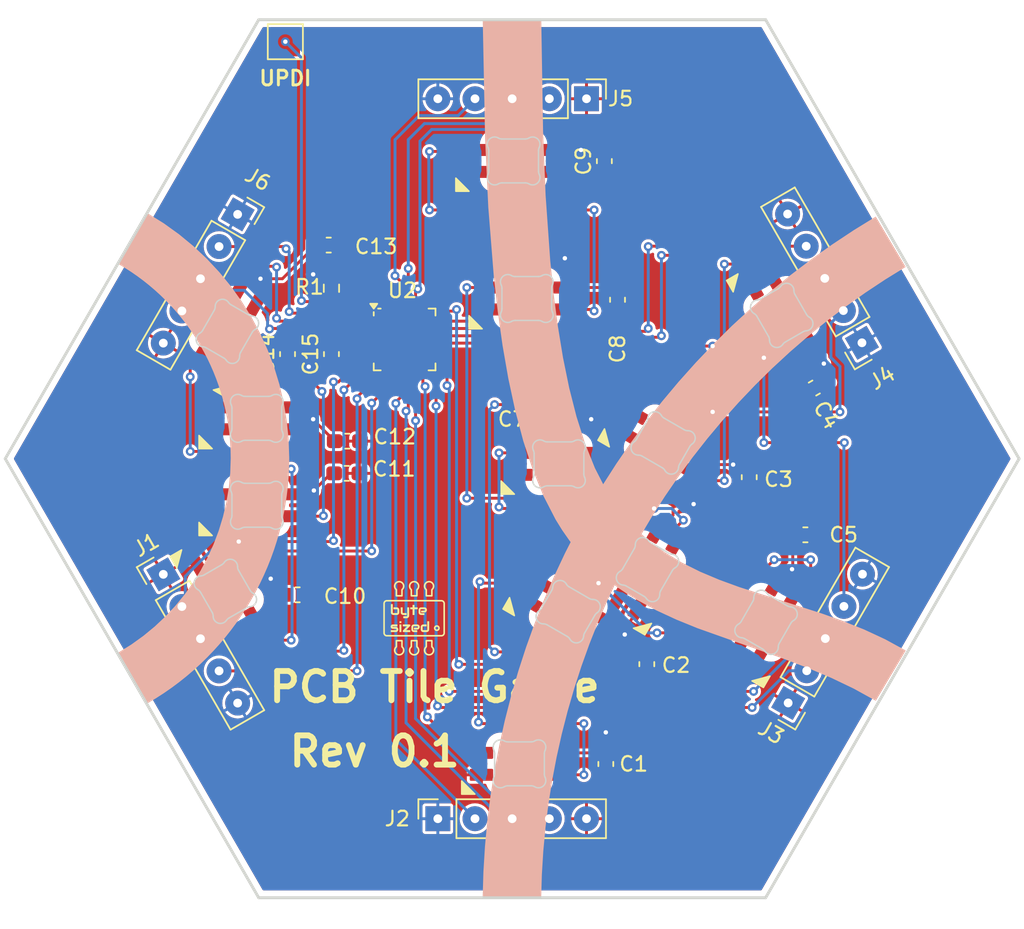
<source format=kicad_pcb>
(kicad_pcb (version 20240108) (generator "pcbnew") (generator_version "8.0")
  (title_block (title "PCB Tile Game") (rev "0.1"))
  (layers (0 "F.Cu" signal) (31 "B.Cu" signal) (34 "B.Paste" user) (35 "F.Paste" user) (36 "B.SilkS" user "B.Silkscreen") (37 "F.SilkS" user "F.Silkscreen") (38 "B.Mask" user) (39 "F.Mask" user) (44 "Edge.Cuts" user))
  (net 0 "")
  (net 1 "GND")
  (net 2 "VCC")
  (net 3 "Net-(LED1-DOUT)")
  (net 4 "Net-(LED2-DOUT)")
  (net 5 "Net-(LED3-DOUT)")
  (net 6 "Net-(LED5-DOUT)")
  (net 7 "/DATA_J1")
  (net 8 "/TX_J1")
  (net 9 "/RX_J1")
  (net 10 "/TX_J2")
  (net 11 "/DATA_J2")
  (net 12 "/RX_J2")
  (net 13 "/RX_J3")
  (net 14 "/DATA_J3")
  (net 15 "/TX_J3")
  (net 16 "/TX_J4")
  (net 17 "/RX_J4")
  (net 18 "/DATA_J4")
  (net 19 "/UPDI")
  (net 20 "/RX_J5")
  (net 21 "/TX_J5")
  (net 22 "/DATA_J5")
  (net 23 "Net-(LED7-DOUT)")
  (net 25 "Net-(LED6-DOUT)")
  (net 26 "Net-(LED11-DOUT)")
  (net 27 "/DATA_J6")
  (net 28 "/RX_J6")
  (net 29 "/TX_J6")
  (net 30 "/LED_J1-J6")
  (net 31 "/LED_J2-J5")
  (net 32 "/LED_J3-J4")
  (net 33 "Net-(LED10-DOUT)")
  (net 34 "Net-(LED8-DOUT)")
  (net 36 "Net-(LED12-DOUT)")
  (footprint "Capacitor_SMD:C_0603_1608Metric_Pad1.08x0.95mm_HandSolder" (layer "F.Cu") (at 149.26 94.0375 90)
    (property "Reference" "C2")
    (property "Value" "0.1uF")
  )
  (footprint "Capacitor_SMD:C_0603_1608Metric_Pad1.08x0.95mm_HandSolder" (layer "F.Cu") (at 128.7975 78.800001 180)
    (property "Reference" "C12")
    (property "Value" "0.1uF")
  )
  (footprint "Capacitor_SMD:C_0603_1608Metric_Pad1.08x0.95mm_HandSolder" (layer "F.Cu") (at 156.26 81.2625 90)
    (property "Reference" "C3")
    (property "Value" "0.1uF")
  )
  (footprint "ProjectLibrary:PinSocket_1x05_P2.54mm_Vertical" (layer "F.Cu") (at 134.98 104.6 90)
    (property "Reference" "J2")
    (property "Value" "Conn_01x05_Socket")
  )
  (footprint "Resistor_SMD:R_0603_1608Metric_Pad0.98x0.95mm_HandSolder" (layer "F.Cu") (at 127.71 68.35 -90)
    (property "Reference" "R1")
    (property "Value" "DNP")
  )
  (footprint "Capacitor_SMD:C_0603_1608Metric_Pad1.08x0.95mm_HandSolder" (layer "F.Cu") (at 147.26 69.1375 90)
    (property "Reference" "C8")
    (property "Value" "0.1uF")
  )
  (footprint "Capacitor_SMD:C_0603_1608Metric_Pad1.08x0.95mm_HandSolder" (layer "F.Cu") (at 127.71 72.85 90)
    (property "Reference" "C15")
    (property "Value" "0.1uF")
  )
  (footprint "Capacitor_SMD:C_0603_1608Metric_Pad1.08x0.95mm_HandSolder" (layer "F.Cu") (at 150.306947 82.33125 -30)
    (property "Reference" "C6")
    (property "Value" "0.1uF")
  )
  (footprint "ProjectLibrary:PinHeader_1x05_P2.54mm_Vertical" (layer "F.Cu") (at 158.92 96.689409 150)
    (property "Reference" "J3")
    (property "Value" "Conn_01x05_Pin")
  )
  (footprint "Capacitor_SMD:C_0603_1608Metric_Pad1.08x0.95mm_HandSolder" (layer "F.Cu") (at 127.5225 65.400001 180)
    (property "Reference" "C13")
    (property "Value" "0.1uF")
  )
  (footprint "Capacitor_SMD:C_0603_1608Metric_Pad1.08x0.95mm_HandSolder" (layer "F.Cu") (at 146.36 59.6625 90)
    (property "Reference" "C9")
    (property "Value" "0.1uF")
  )
  (footprint "Capacitor_SMD:C_0603_1608Metric_Pad1.08x0.95mm_HandSolder" (layer "F.Cu") (at 128.76 81 180)
    (property "Reference" "C11")
    (property "Value" "0.1uF")
  )
  (footprint "ProjectLibrary:PinSocket_1x05_P2.54mm_Vertical" (layer "F.Cu") (at 121.3 63.300591 -30)
    (property "Reference" "J6")
    (property "Value" "Conn_01x05_Socket")
  )
  (footprint "Capacitor_SMD:C_0603_1608Metric_Pad1.08x0.95mm_HandSolder" (layer "F.Cu") (at 160.0975 85.2 180)
    (property "Reference" "C5")
    (property "Value" "0.1uF")
  )
  (footprint "Capacitor_SMD:C_0603_1608Metric_Pad1.08x0.95mm_HandSolder" (layer "F.Cu") (at 146.46 100.8625 90)
    (property "Reference" "C1")
    (property "Value" "0.1uF")
  )
  (footprint "New Logo:byteSizedEngineeringLogo-6mm" (layer "F.Cu") (at 133.36 90.9)
    (property "Reference" "G***" (hide yes))
    (property "Value" "LOGO" (hide yes))
  )
  (footprint "ProjectLibrary:PinSocket_1x05_P2.54mm_Vertical" (layer "F.Cu") (at 163.963349 72.075928 -150)
    (property "Reference" "J4")
    (property "Value" "Conn_01x05_Socket")
  )
  (footprint "Capacitor_SMD:C_0603_1608Metric_Pad1.08x0.95mm_HandSolder" (layer "F.Cu") (at 142.9225 77.3)
    (property "Reference" "C7")
    (property "Value" "0.1uF")
  )
  (footprint "ProjectLibrary:PinHeader_1x05_P2.54mm_Vertical" (layer "F.Cu") (at 116.22 87.900591 30)
    (property "Reference" "J1")
    (property "Value" "Conn_01x05_Pin")
  )
  (footprint "Capacitor_SMD:C_0603_1608Metric_Pad1.08x0.95mm_HandSolder" (layer "F.Cu") (at 160.706947 75.16875 30)
    (property "Reference" "C4")
    (property "Value" "0.1uF")
  )
  (footprint "ProjectLibrary:PinHeader_1x05_P2.54mm_Vertical" (layer "F.Cu") (at 145.14 55.4 -90)
    (property "Reference" "J5")
    (property "Value" "Conn_01x05_Pin")
  )
  (footprint "TestPoint:TestPoint_Pad_2.0x2.0mm" (layer "F.Cu") (at 124.56 51.5)
    (property "Reference" "TP1" (hide yes))
    (property "Value" "TestPoint")
  )
  (footprint "Package_DFN_QFN:QFN-24-1EP_4x4mm_P0.5mm_EP2.6x2.6mm" (layer "F.Cu") (at 132.71 71.85)
    (property "Reference" "U2")
    (property "Value" "ATtiny3217-M")
  )
  (footprint "Capacitor_SMD:C_0603_1608Metric_Pad1.08x0.95mm_HandSolder" (layer "F.Cu") (at 124.71 72.85 90)
    (property "Reference" "C14")
    (property "Value" "1uF")
  )
  (footprint "Capacitor_SMD:C_0603_1608Metric_Pad1.08x0.95mm_HandSolder" (layer "F.Cu") (at 125.3975 89.3 180)
    (property "Reference" "C10")
    (property "Value" "0.1uF")
  )
  (footprint "kicad-keyboard-parts:SK6812MINI-E" (layer "B.Cu") (at 144.032162 90.200982 150)
    (property "Reference" "LED2" (hide yes))
    (property "Value" "SK6812MINI-E")
    (fp_line (start 1.699999 -0.990938) (end 1.699999 0.414746) (stroke (width 0.1)) (layer "Edge.Cuts"))
    (fp_line (start -0.794453 -1.788096) (end 0.794452 -1.788097) (stroke (width 0.1)) (layer "Edge.Cuts"))
    (fp_line (start 0.794453 1.211903) (end -0.794452 1.211903) (stroke (width 0.1)) (layer "Edge.Cuts"))
    (fp_line (start -1.699999 0.414746) (end -1.699999 -0.990938) (stroke (width 0.1)) (layer "Edge.Cuts"))
    (fp_arc (start 1.699999 -0.990938) (mid 1.712523 -1.102165) (end 1.749485 -1.207816) (stroke (width 0.1)) (layer "Edge.Cuts"))
    (fp_arc (start 1.046711 -1.856395) (mid 1.638071 -1.792133) (end 1.749484 -1.207815) (stroke (width 0.1)) (layer "Edge.Cuts"))
    (fp_arc (start 1.046711 -1.856395) (mid 0.925123 -1.805474) (end 0.794452 -1.788097) (stroke (width 0.1)) (layer "Edge.Cuts"))
    (fp_arc (start 1.749484 0.631623) (mid 1.712509 0.525976) (end 1.699999 0.414747) (stroke (width 0.1)) (layer "Edge.Cuts"))
    (fp_arc (start 1.749484 0.631623) (mid 1.638071 1.215936) (end 1.046711 1.280202) (stroke (width 0.1)) (layer "Edge.Cuts"))
    (fp_arc (start -0.794453 -1.788096) (mid -0.925123 -1.805473) (end -1.04671 -1.856395) (stroke (width 0.1)) (layer "Edge.Cuts"))
    (fp_arc (start 0.794453 1.211903) (mid 0.925123 1.22928) (end 1.046711 1.280202) (stroke (width 0.1)) (layer "Edge.Cuts"))
    (fp_arc (start -1.749484 -1.207816) (mid -1.638071 -1.79213) (end -1.046711 -1.856393) (stroke (width 0.1)) (layer "Edge.Cuts"))
    (fp_arc (start -1.749484 -1.207816) (mid -1.712527 -1.102164) (end -1.699999 -0.990939) (stroke (width 0.1)) (layer "Edge.Cuts"))
    (fp_arc (start -1.046711 1.280203) (mid -0.925123 1.229281) (end -0.794453 1.211904) (stroke (width 0.1)) (layer "Edge.Cuts"))
    (fp_arc (start -1.046711 1.280203) (mid -1.638071 1.215938) (end -1.749485 0.631624) (stroke (width 0.1)) (layer "Edge.Cuts"))
    (fp_arc (start -1.699999 0.414746) (mid -1.712527 0.525972) (end -1.749485 0.631624) (stroke (width 0.1)) (layer "Edge.Cuts"))
  )
  (footprint "kicad-keyboard-parts:SK6812MINI-E" (layer "B.Cu") (at 122.61 82.891904 180)
    (property "Reference" "LED11" (hide yes))
    (property "Value" "SK6812MINI-E")
    (fp_line (start 1.699999 -0.990938) (end 1.699999 0.414746) (stroke (width 0.1)) (layer "Edge.Cuts"))
    (fp_line (start 0.794453 1.211903) (end -0.794452 1.211903) (stroke (width 0.1)) (layer "Edge.Cuts"))
    (fp_line (start -0.794452 -1.788096) (end 0.794452 -1.788096) (stroke (width 0.1)) (layer "Edge.Cuts"))
    (fp_line (start -1.699999 0.414746) (end -1.699999 -0.990938) (stroke (width 0.1)) (layer "Edge.Cuts"))
    (fp_arc (start 1.749484 0.631624) (mid 1.712509 0.525977) (end 1.699999 0.414747) (stroke (width 0.1)) (layer "Edge.Cuts"))
    (fp_arc (start 1.749484 0.631624) (mid 1.63807 1.215936) (end 1.046711 1.280202) (stroke (width 0.1)) (layer "Edge.Cuts"))
    (fp_arc (start 1.699999 -0.990938) (mid 1.712521 -1.102165) (end 1.749484 -1.207816) (stroke (width 0.1)) (layer "Edge.Cuts"))
    (fp_arc (start 1.046711 -1.856395) (mid 1.63807 -1.792132) (end 1.749484 -1.207815) (stroke (width 0.1)) (layer "Edge.Cuts"))
    (fp_arc (start 1.046711 -1.856395) (mid 0.925123 -1.805472) (end 0.794452 -1.788096) (stroke (width 0.1)) (layer "Edge.Cuts"))
    (fp_arc (start 0.794453 1.211903) (mid 0.925123 1.22928) (end 1.046711 1.280202) (stroke (width 0.1)) (layer "Edge.Cuts"))
    (fp_arc (start -0.794452 -1.788096) (mid -0.925122 -1.805473) (end -1.04671 -1.856395) (stroke (width 0.1)) (layer "Edge.Cuts"))
    (fp_arc (start -1.046711 1.280203) (mid -0.925123 1.229281) (end -0.794453 1.211904) (stroke (width 0.1)) (layer "Edge.Cuts"))
    (fp_arc (start -1.046711 1.280203) (mid -1.638071 1.215939) (end -1.749484 0.631624) (stroke (width 0.1)) (layer "Edge.Cuts"))
    (fp_arc (start -1.699999 0.414746) (mid -1.712527 0.525972) (end -1.749484 0.631624) (stroke (width 0.1)) (layer "Edge.Cuts"))
    (fp_arc (start -1.749484 -1.207816) (mid -1.63807 -1.79213) (end -1.046711 -1.856393) (stroke (width 0.1)) (layer "Edge.Cuts"))
    (fp_arc (start -1.749484 -1.207816) (mid -1.712527 -1.102164) (end -1.699999 -0.990939) (stroke (width 0.1)) (layer "Edge.Cuts"))
  )
  (footprint "kicad-keyboard-parts:SK6812MINI-E" (layer "B.Cu") (at 141.060001 68.761903 180)
    (property "Reference" "LED8" (hide yes))
    (property "Value" "SK6812MINI-E")
    (fp_line (start 1.699998 -0.990939) (end 1.7 0.414746) (stroke (width 0.1)) (layer "Edge.Cuts"))
    (fp_line (start 0.794452 1.211902) (end -0.794452 1.211903) (stroke (width 0.1)) (layer "Edge.Cuts"))
    (fp_line (start -0.794453 -1.788096) (end 0.794452 -1.788094) (stroke (width 0.1)) (layer "Edge.Cuts"))
    (fp_line (start -1.7 0.414746) (end -1.699998 -0.990937) (stroke (width 0.1)) (layer "Edge.Cuts"))
    (fp_arc (start 1.749486 0.631626) (mid 1.712534 0.525972) (end 1.699999 0.414747) (stroke (width 0.1)) (layer "Edge.Cuts"))
    (fp_arc (start 1.749486 0.631626) (mid 1.63807 1.215937) (end 1.046712 1.280204) (stroke (width 0.1)) (layer "Edge.Cuts"))
    (fp_arc (start 1.699998 -0.990939) (mid 1.71252 -1.102166) (end 1.749484 -1.207817) (stroke (width 0.1)) (layer "Edge.Cuts"))
    (fp_arc (start 1.04671 -1.856396) (mid 1.638071 -1.792133) (end 1.749484 -1.207815) (stroke (width 0.1)) (layer "Edge.Cuts"))
    (fp_arc (start 1.04671 -1.856396) (mid 0.925122 -1.805473) (end 0.794452 -1.788094) (stroke (width 0.1)) (layer "Edge.Cuts"))
    (fp_arc (start 0.794452 1.211902) (mid 0.925124 1.229279) (end 1.046712 1.280204) (stroke (width 0.1)) (layer "Edge.Cuts"))
    (fp_arc (start -0.794453 -1.788096) (mid -0.925122 -1.805474) (end -1.046709 -1.856394) (stroke (width 0.1)) (layer "Edge.Cuts"))
    (fp_arc (start -1.046711 1.280202) (mid -0.925123 1.229281) (end -0.794453 1.211904) (stroke (width 0.1)) (layer "Edge.Cuts"))
    (fp_arc (start -1.046711 1.280202) (mid -1.638072 1.215939) (end -1.749484 0.631623) (stroke (width 0.1)) (layer "Edge.Cuts"))
    (fp_arc (start -1.7 0.414746) (mid -1.712528 0.525971) (end -1.749484 0.631623) (stroke (width 0.1)) (layer "Edge.Cuts"))
    (fp_arc (start -1.749485 -1.207816) (mid -1.63807 -1.792129) (end -1.046711 -1.856393) (stroke (width 0.1)) (layer "Edge.Cuts"))
    (fp_arc (start -1.749485 -1.207816) (mid -1.712527 -1.102165) (end -1.699999 -0.990939) (stroke (width 0.1)) (layer "Edge.Cuts"))
  )
  (footprint "kicad-keyboard-parts:SK6812MINI-E" (layer "B.Cu") (at 140.16 59.361904 180)
    (property "Reference" "LED9" (hide yes))
    (property "Value" "SK6812MINI-E")
    (fp_line (start 1.699999 -0.990938) (end 1.699999 0.414746) (stroke (width 0.1)) (layer "Edge.Cuts"))
    (fp_line (start 0.794453 1.211903) (end -0.794452 1.211903) (stroke (width 0.1)) (layer "Edge.Cuts"))
    (fp_line (start -0.794452 -1.788096) (end 0.794452 -1.788096) (stroke (width 0.1)) (layer "Edge.Cuts"))
    (fp_line (start -1.699999 0.414746) (end -1.699999 -0.990938) (stroke (width 0.1)) (layer "Edge.Cuts"))
    (fp_arc (start 1.749484 0.631624) (mid 1.712518 0.525973) (end 1.699999 0.414747) (stroke (width 0.1)) (layer "Edge.Cuts"))
    (fp_arc (start 1.749484 0.631624) (mid 1.63807 1.215936) (end 1.046711 1.280202) (stroke (width 0.1)) (layer "Edge.Cuts"))
    (fp_arc (start 1.699999 -0.990938) (mid 1.712519 -1.102166) (end 1.749484 -1.207816) (stroke (width 0.1)) (layer "Edge.Cuts"))
    (fp_arc (start 1.046711 -1.856395) (mid 1.638074 -1.79213) (end 1.749484 -1.207815) (stroke (width 0.1)) (layer "Edge.Cuts"))
    (fp_arc (start 1.046711 -1.856395) (mid 0.925123 -1.805473) (end 0.794452 -1.788096) (stroke (width 0.1)) (layer "Edge.Cuts"))
    (fp_arc (start 0.794453 1.211903) (mid 0.925123 1.22928) (end 1.046711 1.280202) (stroke (width 0.1)) (layer "Edge.Cuts"))
    (fp_arc (start -0.794452 -1.788096) (mid -0.925122 -1.805473) (end -1.04671 -1.856395) (stroke (width 0.1)) (layer "Edge.Cuts"))
    (fp_arc (start -1.046711 1.280203) (mid -0.925123 1.229281) (end -0.794453 1.211904) (stroke (width 0.1)) (layer "Edge.Cuts"))
    (fp_arc (start -1.046711 1.280203) (mid -1.638071 1.215939) (end -1.749484 0.631624) (stroke (width 0.1)) (layer "Edge.Cuts"))
    (fp_arc (start -1.699999 0.414746) (mid -1.712527 0.525972) (end -1.749484 0.631624) (stroke (width 0.1)) (layer "Edge.Cuts"))
    (fp_arc (start -1.749484 -1.207816) (mid -1.63807 -1.79213) (end -1.046711 -1.856393) (stroke (width 0.1)) (layer "Edge.Cuts"))
    (fp_arc (start -1.749484 -1.207816) (mid -1.712527 -1.102164) (end -1.699999 -0.990939) (stroke (width 0.1)) (layer "Edge.Cuts"))
  )
  (footprint "kicad-keyboard-parts:SK6812MINI-E" (layer "B.Cu") (at 140.56 100.561904 180)
    (property "Reference" "LED1" (hide yes))
    (property "Value" "SK6812MINI-E")
    (fp_line (start 1.699999 -0.990938) (end 1.699999 0.414746) (stroke (width 0.1)) (layer "Edge.Cuts"))
    (fp_line (start 0.794453 1.211903) (end -0.794452 1.211903) (stroke (width 0.1)) (layer "Edge.Cuts"))
    (fp_line (start -0.794452 -1.788096) (end 0.794452 -1.788096) (stroke (width 0.1)) (layer "Edge.Cuts"))
    (fp_line (start -1.699999 0.414746) (end -1.699999 -0.990938) (stroke (width 0.1)) (layer "Edge.Cuts"))
    (fp_arc (start 1.749484 0.631624) (mid 1.712509 0.525977) (end 1.699999 0.414747) (stroke (width 0.1)) (layer "Edge.Cuts"))
    (fp_arc (start 1.749484 0.631624) (mid 1.63807 1.215936) (end 1.046711 1.280202) (stroke (width 0.1)) (layer "Edge.Cuts"))
    (fp_arc (start 1.699999 -0.990938) (mid 1.712521 -1.102165) (end 1.749484 -1.207816) (stroke (width 0.1)) (layer "Edge.Cuts"))
    (fp_arc (start 1.046711 -1.856395) (mid 1.63807 -1.792132) (end 1.749484 -1.207815) (stroke (width 0.1)) (layer "Edge.Cuts"))
    (fp_arc (start 1.046711 -1.856395) (mid 0.925123 -1.805472) (end 0.794452 -1.788096) (stroke (width 0.1)) (layer "Edge.Cuts"))
    (fp_arc (start 0.794453 1.211903) (mid 0.925123 1.22928) (end 1.046711 1.280202) (stroke (width 0.1)) (layer "Edge.Cuts"))
    (fp_arc (start -0.794452 -1.788096) (mid -0.925122 -1.805473) (end -1.04671 -1.856395) (stroke (width 0.1)) (layer "Edge.Cuts"))
    (fp_arc (start -1.046711 1.280203) (mid -0.925123 1.229281) (end -0.794453 1.211904) (stroke (width 0.1)) (layer "Edge.Cuts"))
    (fp_arc (start -1.046711 1.280203) (mid -1.638071 1.215939) (end -1.749484 0.631624) (stroke (width 0.1)) (layer "Edge.Cuts"))
    (fp_arc (start -1.699999 0.414746) (mid -1.712527 0.525972) (end -1.749484 0.631624) (stroke (width 0.1)) (layer "Edge.Cuts"))
    (fp_arc (start -1.749484 -1.207816) (mid -1.63807 -1.79213) (end -1.046711 -1.856393) (stroke (width 0.1)) (layer "Edge.Cuts"))
    (fp_arc (start -1.749484 -1.207816) (mid -1.712527 -1.102164) (end -1.699999 -0.990939) (stroke (width 0.1)) (layer "Edge.Cuts"))
  )
  (footprint "kicad-keyboard-parts:SK6812MINI-E" (layer "B.Cu") (at 150.520258 78.669995 150)
    (property "Reference" "LED3" (hide yes))
    (property "Value" "SK6812MINI-E")
    (fp_line (start 1.699999 -0.990938) (end 1.699999 0.414746) (stroke (width 0.1)) (layer "Edge.Cuts"))
    (fp_line (start -0.794453 -1.788096) (end 0.794452 -1.788097) (stroke (width 0.1)) (layer "Edge.Cuts"))
    (fp_line (start 0.794453 1.211903) (end -0.794452 1.211903) (stroke (width 0.1)) (layer "Edge.Cuts"))
    (fp_line (start -1.699999 0.414746) (end -1.699999 -0.990938) (stroke (width 0.1)) (layer "Edge.Cuts"))
    (fp_arc (start 1.699999 -0.990938) (mid 1.712523 -1.102165) (end 1.749485 -1.207816) (stroke (width 0.1)) (layer "Edge.Cuts"))
    (fp_arc (start 1.046711 -1.856395) (mid 1.638071 -1.792133) (end 1.749484 -1.207815) (stroke (width 0.1)) (layer "Edge.Cuts"))
    (fp_arc (start 1.046711 -1.856395) (mid 0.925123 -1.805474) (end 0.794452 -1.788097) (stroke (width 0.1)) (layer "Edge.Cuts"))
    (fp_arc (start 1.749484 0.631623) (mid 1.712509 0.525976) (end 1.699999 0.414747) (stroke (width 0.1)) (layer "Edge.Cuts"))
    (fp_arc (start 1.749484 0.631623) (mid 1.638071 1.215936) (end 1.046711 1.280202) (stroke (width 0.1)) (layer "Edge.Cuts"))
    (fp_arc (start -0.794453 -1.788096) (mid -0.925123 -1.805473) (end -1.04671 -1.856395) (stroke (width 0.1)) (layer "Edge.Cuts"))
    (fp_arc (start 0.794453 1.211903) (mid 0.925123 1.22928) (end 1.046711 1.280202) (stroke (width 0.1)) (layer "Edge.Cuts"))
    (fp_arc (start -1.749484 -1.207816) (mid -1.638071 -1.79213) (end -1.046711 -1.856393) (stroke (width 0.1)) (layer "Edge.Cuts"))
    (fp_arc (start -1.749484 -1.207816) (mid -1.712527 -1.102164) (end -1.699999 -0.990939) (stroke (width 0.1)) (layer "Edge.Cuts"))
    (fp_arc (start -1.046711 1.280203) (mid -0.925123 1.229281) (end -0.794453 1.211904) (stroke (width 0.1)) (layer "Edge.Cuts"))
    (fp_arc (start -1.046711 1.280203) (mid -1.638071 1.215938) (end -1.749485 0.631624) (stroke (width 0.1)) (layer "Edge.Cuts"))
    (fp_arc (start -1.699999 0.414746) (mid -1.712527 0.525972) (end -1.749485 0.631624) (stroke (width 0.1)) (layer "Edge.Cuts"))
  )
  (footprint "kicad-keyboard-parts:SK6812MINI-E" (layer "B.Cu") (at 157.160982 91.032618 -120)
    (property "Reference" "LED5" (hide yes))
    (property "Value" "SK6812MINI-E")
    (fp_line (start 0.794452 1.211902) (end -0.794452 1.211903) (stroke (width 0.1)) (layer "Edge.Cuts"))
    (fp_line (start 1.699999 -0.990938) (end 1.699999 0.414746) (stroke (width 0.1)) (layer "Edge.Cuts"))
    (fp_line (start -1.7 0.414746) (end -1.699999 -0.990938) (stroke (width 0.1)) (layer "Edge.Cuts"))
    (fp_line (start -0.794453 -1.788096) (end 0.794453 -1.788096) (stroke (width 0.1)) (layer "Edge.Cuts"))
    (fp_arc (start 0.794452 1.211902) (mid 0.925123 1.229281) (end 1.046712 1.280202) (stroke (width 0.1)) (layer "Edge.Cuts"))
    (fp_arc (start 1.749483 0.631624) (mid 1.63807 1.215935) (end 1.046712 1.280202) (stroke (width 0.1)) (layer "Edge.Cuts"))
    (fp_arc (start 1.749483 0.631624) (mid 1.712554 0.525967) (end 1.7 0.414748) (stroke (width 0.1)) (layer "Edge.Cuts"))
    (fp_arc (start -1.046712 1.280204) (mid -0.925123 1.229281) (end -0.794453 1.211904) (stroke (width 0.1)) (layer "Edge.Cuts"))
    (fp_arc (start -1.046712 1.280204) (mid -1.638069 1.215935) (end -1.749484 0.631623) (stroke (width 0.1)) (layer "Edge.Cuts"))
    (fp_arc (start 1.699999 -0.990938) (mid 1.712521 -1.102165) (end 1.749485 -1.207816) (stroke (width 0.1)) (layer "Edge.Cuts"))
    (fp_arc (start -1.7 0.414746) (mid -1.712526 0.525972) (end -1.749484 0.631623) (stroke (width 0.1)) (layer "Edge.Cuts"))
    (fp_arc (start 1.046711 -1.856395) (mid 1.638071 -1.792133) (end 1.749484 -1.207815) (stroke (width 0.1)) (layer "Edge.Cuts"))
    (fp_arc (start 1.046711 -1.856395) (mid 0.925123 -1.805473) (end 0.794453 -1.788096) (stroke (width 0.1)) (layer "Edge.Cuts"))
    (fp_arc (start -1.749485 -1.207816) (mid -1.712523 -1.102165) (end -1.699999 -0.990938) (stroke (width 0.1)) (layer "Edge.Cuts"))
    (fp_arc (start -1.749485 -1.207816) (mid -1.638071 -1.79213) (end -1.046712 -1.856392) (stroke (width 0.1)) (layer "Edge.Cuts"))
    (fp_arc (start -0.794453 -1.788096) (mid -0.925123 -1.805473) (end -1.04671 -1.856395) (stroke (width 0.1)) (layer "Edge.Cuts"))
  )
  (footprint "kicad-keyboard-parts:SK6812MINI-E" (layer "B.Cu") (at 120.350982 71.152618 -120)
    (property "Reference" "LED13" (hide yes))
    (property "Value" "SK6812MINI-E")
    (fp_line (start 0.794453 1.211903) (end -0.794452 1.211903) (stroke (width 0.1)) (layer "Edge.Cuts"))
    (fp_line (start 1.699999 -0.990938) (end 1.699999 0.414746) (stroke (width 0.1)) (layer "Edge.Cuts"))
    (fp_line (start -1.699999 0.414746) (end -1.699999 -0.990938) (stroke (width 0.1)) (layer "Edge.Cuts"))
    (fp_line (start -0.794453 -1.788096) (end 0.794452 -1.788097) (stroke (width 0.1)) (layer "Edge.Cuts"))
    (fp_arc (start 0.794453 1.211903) (mid 0.925123 1.22928) (end 1.046711 1.280202) (stroke (width 0.1)) (layer "Edge.Cuts"))
    (fp_arc (start 1.749484 0.631623) (mid 1.638071 1.215936) (end 1.046711 1.280202) (stroke (width 0.1)) (layer "Edge.Cuts"))
    (fp_arc (start 1.749484 0.631623) (mid 1.712509 0.525976) (end 1.699999 0.414747) (stroke (width 0.1)) (layer "Edge.Cuts"))
    (fp_arc (start -1.046711 1.280203) (mid -0.925123 1.229281) (end -0.794453 1.211904) (stroke (width 0.1)) (layer "Edge.Cuts"))
    (fp_arc (start -1.046711 1.280203) (mid -1.638071 1.215938) (end -1.749485 0.631624) (stroke (width 0.1)) (layer "Edge.Cuts"))
    (fp_arc (start 1.699999 -0.990938) (mid 1.712521 -1.102165) (end 1.749485 -1.207816) (stroke (width 0.1)) (layer "Edge.Cuts"))
    (fp_arc (start -1.699999 0.414746) (mid -1.712527 0.525972) (end -1.749485 0.631624) (stroke (width 0.1)) (layer "Edge.Cuts"))
    (fp_arc (start 1.046711 -1.856395) (mid 1.638071 -1.792133) (end 1.749484 -1.207815) (stroke (width 0.1)) (layer "Edge.Cuts"))
    (fp_arc (start 1.046711 -1.856395) (mid 0.925122 -1.805475) (end 0.794452 -1.788097) (stroke (width 0.1)) (layer "Edge.Cuts"))
    (fp_arc (start -1.749484 -1.207816) (mid -1.712527 -1.102164) (end -1.699999 -0.990939) (stroke (width 0.1)) (layer "Edge.Cuts"))
    (fp_arc (start -1.749484 -1.207816) (mid -1.638071 -1.79213) (end -1.046711 -1.856393) (stroke (width 0.1)) (layer "Edge.Cuts"))
    (fp_arc (start -0.794453 -1.788096) (mid -0.925123 -1.805473) (end -1.04671 -1.856395) (stroke (width 0.1)) (layer "Edge.Cuts"))
  )
  (footprint "kicad-keyboard-parts:SK6812MINI-E" (layer "B.Cu") (at 149.060982 87.432618 -120)
    (property "Reference" "LED6" (hide yes))
    (property "Value" "SK6812MINI-E")
    (fp_line (start 0.794453 1.211903) (end -0.794452 1.211903) (stroke (width 0.1)) (layer "Edge.Cuts"))
    (fp_line (start 1.699999 -0.990938) (end 1.699999 0.414746) (stroke (width 0.1)) (layer "Edge.Cuts"))
    (fp_line (start -1.699999 0.414746) (end -1.699999 -0.990938) (stroke (width 0.1)) (layer "Edge.Cuts"))
    (fp_line (start -0.794453 -1.788096) (end 0.794452 -1.788097) (stroke (width 0.1)) (layer "Edge.Cuts"))
    (fp_arc (start 0.794453 1.211903) (mid 0.925123 1.22928) (end 1.046711 1.280202) (stroke (width 0.1)) (layer "Edge.Cuts"))
    (fp_arc (start 1.749484 0.631623) (mid 1.638071 1.215936) (end 1.046711 1.280202) (stroke (width 0.1)) (layer "Edge.Cuts"))
    (fp_arc (start 1.749484 0.631623) (mid 1.712509 0.525976) (end 1.699999 0.414747) (stroke (width 0.1)) (layer "Edge.Cuts"))
    (fp_arc (start -1.046711 1.280203) (mid -0.925123 1.229281) (end -0.794453 1.211904) (stroke (width 0.1)) (layer "Edge.Cuts"))
    (fp_arc (start -1.046711 1.280203) (mid -1.638071 1.215938) (end -1.749485 0.631624) (stroke (width 0.1)) (layer "Edge.Cuts"))
    (fp_arc (start 1.699999 -0.990938) (mid 1.712523 -1.102165) (end 1.749485 -1.207816) (stroke (width 0.1)) (layer "Edge.Cuts"))
    (fp_arc (start -1.699999 0.414746) (mid -1.712527 0.525972) (end -1.749485 0.631624) (stroke (width 0.1)) (layer "Edge.Cuts"))
    (fp_arc (start 1.046711 -1.856395) (mid 1.638071 -1.792133) (end 1.749484 -1.207815) (stroke (width 0.1)) (layer "Edge.Cuts"))
    (fp_arc (start 1.046711 -1.856395) (mid 0.925123 -1.805474) (end 0.794452 -1.788097) (stroke (width 0.1)) (layer "Edge.Cuts"))
    (fp_arc (start -1.749484 -1.207816) (mid -1.712527 -1.102164) (end -1.699999 -0.990939) (stroke (width 0.1)) (layer "Edge.Cuts"))
    (fp_arc (start -1.749484 -1.207816) (mid -1.638071 -1.79213) (end -1.046711 -1.856393) (stroke (width 0.1)) (layer "Edge.Cuts"))
    (fp_arc (start -0.794453 -1.788096) (mid -0.925123 -1.805473) (end -1.04671 -1.856395) (stroke (width 0.1)) (layer "Edge.Cuts"))
  )
  (footprint "kicad-keyboard-parts:SK6812MINI-E" (layer "B.Cu") (at 120.709979 88.919286 120)
    (property "Reference" "LED10" (hide yes))
    (property "Value" "SK6812MINI-E")
    (fp_line (start 1.699999 -0.990938) (end 1.699999 0.414746) (stroke (width 0.1)) (layer "Edge.Cuts"))
    (fp_line (start -0.794453 -1.788096) (end 0.794452 -1.788097) (stroke (width 0.1)) (layer "Edge.Cuts"))
    (fp_line (start 0.794453 1.211903) (end -0.794452 1.211903) (stroke (width 0.1)) (layer "Edge.Cuts"))
    (fp_line (start -1.699999 0.414746) (end -1.699999 -0.990938) (stroke (width 0.1)) (layer "Edge.Cuts"))
    (fp_arc (start 1.046711 -1.856395) (mid 0.925124 -1.805471) (end 0.794452 -1.788097) (stroke (width 0.1)) (layer "Edge.Cuts"))
    (fp_arc (start 1.046711 -1.856395) (mid 1.63807 -1.792132) (end 1.749484 -1.207815) (stroke (width 0.1)) (layer "Edge.Cuts"))
    (fp_arc (start 1.699999 -0.990938) (mid 1.712521 -1.102166) (end 1.749485 -1.207816) (stroke (width 0.1)) (layer "Edge.Cuts"))
    (fp_arc (start -0.794453 -1.788096) (mid -0.925123 -1.805473) (end -1.04671 -1.856395) (stroke (width 0.1)) (layer "Edge.Cuts"))
    (fp_arc (start 1.749484 0.631623) (mid 1.712509 0.525976) (end 1.699999 0.414747) (stroke (width 0.1)) (layer "Edge.Cuts"))
    (fp_arc (start 1.749484 0.631623) (mid 1.63807 1.215937) (end 1.046711 1.280202) (stroke (width 0.1)) (layer "Edge.Cuts"))
    (fp_arc (start -1.749485 -1.207816) (mid -1.63807 -1.792129) (end -1.046711 -1.856393) (stroke (width 0.1)) (layer "Edge.Cuts"))
    (fp_arc (start -1.749485 -1.207816) (mid -1.712527 -1.102164) (end -1.699999 -0.990939) (stroke (width 0.1)) (layer "Edge.Cuts"))
    (fp_arc (start 0.794453 1.211903) (mid 0.925123 1.22928) (end 1.046711 1.280202) (stroke (width 0.1)) (layer "Edge.Cuts"))
    (fp_arc (start -1.699999 0.414746) (mid -1.712525 0.525972) (end -1.749485 0.631624) (stroke (width 0.1)) (layer "Edge.Cuts"))
    (fp_arc (start -1.046711 1.280203) (mid -1.638072 1.215939) (end -1.749485 0.631624) (stroke (width 0.1)) (layer "Edge.Cuts"))
    (fp_arc (start -1.046711 1.280203) (mid -0.925123 1.229281) (end -0.794453 1.211904) (stroke (width 0.1)) (layer "Edge.Cuts"))
  )
  (footprint "kicad-keyboard-parts:SK6812MINI-E" (layer "B.Cu") (at 158.730299 70.059552 120)
    (property "Reference" "LED4" (hide yes))
    (property "Value" "SK6812MINI-E")
    (fp_line (start 1.699999 -0.990938) (end 1.699999 0.414746) (stroke (width 0.1)) (layer "Edge.Cuts"))
    (fp_line (start -0.794452 -1.788097) (end 0.794453 -1.788096) (stroke (width 0.1)) (layer "Edge.Cuts"))
    (fp_line (start 0.794453 1.211903) (end -0.794452 1.211903) (stroke (width 0.1)) (layer "Edge.Cuts"))
    (fp_line (start -1.699999 0.414746) (end -1.699999 -0.990938) (stroke (width 0.1)) (layer "Edge.Cuts"))
    (fp_arc (start 1.046711 -1.856395) (mid 0.925123 -1.805473) (end 0.794453 -1.788096) (stroke (width 0.1)) (layer "Edge.Cuts"))
    (fp_arc (start 1.046711 -1.856395) (mid 1.63807 -1.792132) (end 1.749484 -1.207815) (stroke (width 0.1)) (layer "Edge.Cuts"))
    (fp_arc (start 1.699999 -0.990938) (mid 1.712518 -1.102166) (end 1.749484 -1.207816) (stroke (width 0.1)) (layer "Edge.Cuts"))
    (fp_arc (start -0.794452 -1.788097) (mid -0.925122 -1.805474) (end -1.04671 -1.856395) (stroke (width 0.1)) (layer "Edge.Cuts"))
    (fp_arc (start 1.749485 0.631624) (mid 1.71251 0.525976) (end 1.699999 0.414747) (stroke (width 0.1)) (layer "Edge.Cuts"))
    (fp_arc (start 1.749485 0.631624) (mid 1.63807 1.215937) (end 1.046711 1.280202) (stroke (width 0.1)) (layer "Edge.Cuts"))
    (fp_arc (start -1.749485 -1.207816) (mid -1.638071 -1.792129) (end -1.046711 -1.856393) (stroke (width 0.1)) (layer "Edge.Cuts"))
    (fp_arc (start -1.749485 -1.207816) (mid -1.712527 -1.102164) (end -1.699999 -0.990939) (stroke (width 0.1)) (layer "Edge.Cuts"))
    (fp_arc (start 0.794453 1.211903) (mid 0.925123 1.22928) (end 1.046711 1.280202) (stroke (width 0.1)) (layer "Edge.Cuts"))
    (fp_arc (start -1.699999 0.414746) (mid -1.712527 0.525971) (end -1.749484 0.631623) (stroke (width 0.1)) (layer "Edge.Cuts"))
    (fp_arc (start -1.046711 1.280203) (mid -1.638072 1.215938) (end -1.749484 0.631623) (stroke (width 0.1)) (layer "Edge.Cuts"))
    (fp_arc (start -1.046711 1.280203) (mid -0.925123 1.229281) (end -0.794453 1.211904) (stroke (width 0.1)) (layer "Edge.Cuts"))
  )
  (footprint "kicad-keyboard-parts:SK6812MINI-E" (layer "B.Cu") (at 143.26 80.061904 180)
    (property "Reference" "LED7" (hide yes))
    (property "Value" "SK6812MINI-E")
    (fp_line (start 1.7 -0.990938) (end 1.699999 0.414746) (stroke (width 0.1)) (layer "Edge.Cuts"))
    (fp_line (start 0.794453 1.211903) (end -0.794452 1.211902) (stroke (width 0.1)) (layer "Edge.Cuts"))
    (fp_line (start -0.794452 -1.788096) (end 0.794452 -1.788096) (stroke (width 0.1)) (layer "Edge.Cuts"))
    (fp_line (start -1.699999 0.414746) (end -1.699999 -0.990938) (stroke (width 0.1)) (layer "Edge.Cuts"))
    (fp_arc (start 1.749484 0.631624) (mid 1.712509 0.525977) (end 1.699999 0.414747) (stroke (width 0.1)) (layer "Edge.Cuts"))
    (fp_arc (start 1.749484 0.631624) (mid 1.63807 1.215936) (end 1.04671 1.280202) (stroke (width 0.1)) (layer "Edge.Cuts"))
    (fp_arc (start 1.7 -0.990938) (mid 1.712522 -1.102165) (end 1.749483 -1.207816) (stroke (width 0.1)) (layer "Edge.Cuts"))
    (fp_arc (start 1.046711 -1.856395) (mid 1.63807 -1.792132) (end 1.749484 -1.207815) (stroke (width 0.1)) (layer "Edge.Cuts"))
    (fp_arc (start 1.046711 -1.856395) (mid 0.925123 -1.805472) (end 0.794452 -1.788096) (stroke (width 0.1)) (layer "Edge.Cuts"))
    (fp_arc (start 0.794453 1.211903) (mid 0.925122 1.22928) (end 1.04671 1.280202) (stroke (width 0.1)) (layer "Edge.Cuts"))
    (fp_arc (start -0.794452 -1.788096) (mid -0.925122 -1.805473) (end -1.046711 -1.856394) (stroke (width 0.1)) (layer "Edge.Cuts"))
    (fp_arc (start -1.046711 1.280203) (mid -0.925123 1.229281) (end -0.794453 1.211904) (stroke (width 0.1)) (layer "Edge.Cuts"))
    (fp_arc (start -1.046711 1.280203) (mid -1.638071 1.215939) (end -1.749485 0.631625) (stroke (width 0.1)) (layer "Edge.Cuts"))
    (fp_arc (start -1.699999 0.414746) (mid -1.712527 0.525973) (end -1.749485 0.631625) (stroke (width 0.1)) (layer "Edge.Cuts"))
    (fp_arc (start -1.749483 -1.207816) (mid -1.63807 -1.792129) (end -1.046711 -1.856393) (stroke (width 0.1)) (layer "Edge.Cuts"))
    (fp_arc (start -1.749483 -1.207816) (mid -1.712526 -1.102165) (end -1.699999 -0.990939) (stroke (width 0.1)) (layer "Edge.Cuts"))
  )
  (footprint "kicad-keyboard-parts:SK6812MINI-E" (layer "B.Cu") (at 122.61 76.951904 180)
    (property "Reference" "LED12" (hide yes))
    (property "Value" "SK6812MINI-E")
    (fp_line (start 1.699999 -0.990938) (end 1.699999 0.414746) (stroke (width 0.1)) (layer "Edge.Cuts"))
    (fp_line (start 0.794453 1.211903) (end -0.794452 1.211903) (stroke (width 0.1)) (layer "Edge.Cuts"))
    (fp_line (start -0.794452 -1.788096) (end 0.794452 -1.788096) (stroke (width 0.1)) (layer "Edge.Cuts"))
    (fp_line (start -1.699999 0.414746) (end -1.699999 -0.990938) (stroke (width 0.1)) (layer "Edge.Cuts"))
    (fp_arc (start 1.749484 0.631624) (mid 1.712509 0.525977) (end 1.699999 0.414747) (stroke (width 0.1)) (layer "Edge.Cuts"))
    (fp_arc (start 1.749484 0.631624) (mid 1.63807 1.215936) (end 1.046711 1.280202) (stroke (width 0.1)) (layer "Edge.Cuts"))
    (fp_arc (start 1.699999 -0.990938) (mid 1.712521 -1.102165) (end 1.749484 -1.207816) (stroke (width 0.1)) (layer "Edge.Cuts"))
    (fp_arc (start 1.046711 -1.856395) (mid 1.63807 -1.792132) (end 1.749484 -1.207815) (stroke (width 0.1)) (layer "Edge.Cuts"))
    (fp_arc (start 1.046711 -1.856395) (mid 0.925123 -1.805472) (end 0.794452 -1.788096) (stroke (width 0.1)) (layer "Edge.Cuts"))
    (fp_arc (start 0.794453 1.211903) (mid 0.925123 1.22928) (end 1.046711 1.280202) (stroke (width 0.1)) (layer "Edge.Cuts"))
    (fp_arc (start -0.794452 -1.788096) (mid -0.925122 -1.805473) (end -1.04671 -1.856395) (stroke (width 0.1)) (layer "Edge.Cuts"))
    (fp_arc (start -1.046711 1.280203) (mid -0.925123 1.229281) (end -0.794453 1.211904) (stroke (width 0.1)) (layer "Edge.Cuts"))
    (fp_arc (start -1.046711 1.280203) (mid -1.638071 1.215939) (end -1.749484 0.631624) (stroke (width 0.1)) (layer "Edge.Cuts"))
    (fp_arc (start -1.699999 0.414746) (mid -1.712527 0.525972) (end -1.749484 0.631624) (stroke (width 0.1)) (layer "Edge.Cuts"))
    (fp_arc (start -1.749484 -1.207816) (mid -1.63807 -1.79213) (end -1.046711 -1.856393) (stroke (width 0.1)) (layer "Edge.Cuts"))
    (fp_arc (start -1.749484 -1.207816) (mid -1.712527 -1.102164) (end -1.699999 -0.990939) (stroke (width 0.1)) (layer "Edge.Cuts"))
  )
  (gr_poly (pts (xy 166.940106 66.719711) (xy 166.93998 66.719497) (xy 166.940075 66.719421)) (stroke (width -0.000001)) (fill solid) (layer "B.SilkS"))
  (gr_poly (pts (xy 142.048621 49.968712) (xy 142.171978 57.61426) (xy 142.345032 61.992981) (xy 142.664354 66.498908) (xy 142.895744 68.742521) (xy 143.183955 70.949473) (xy 143.535739 73.096943) (xy 143.957848 75.162109) (xy 144.457033 77.122152) (xy 145.040046 78.954248) (xy 145.713638 80.635579) (xy 146.484561 82.143322) (xy 146.903262 82.817491) (xy 147.346714 83.445327) (xy 147.813867 84.029324) (xy 148.303672 84.571976) (xy 148.815078 85.075777) (xy 149.347038 85.543221) (xy 149.8985 85.976802) (xy 150.468416 86.379014) (xy 151.659412 87.099308) (xy 152.911628 87.724055) (xy 154.21667 88.273207) (xy 155.566142 88.766716) (xy 161.24041 90.583369) (xy 162.686093 91.097947) (xy 164.125832 91.676596) (xy 165.551229 92.339268) (xy 166.953891 93.105915) (xy 164.910479 96.543201) (xy 163.397821 95.708887) (xy 161.865272 94.975664) (xy 160.321233 94.323583) (xy 158.774107 93.732695) (xy 152.722784 91.582083) (xy 151.28626 90.997917) (xy 149.897065 90.355247) (xy 148.5636 89.634123) (xy 147.920393 89.237907) (xy 147.294269 88.814596) (xy 146.686278 88.361698) (xy 146.097472 87.876717) (xy 145.528901 87.357161) (xy 144.981614 86.800536) (xy 144.456662 86.204348) (xy 143.955096 85.566103) (xy 143.477965 84.883308) (xy 143.02632 84.153469) (xy 142.191423 82.531666) (xy 141.457875 80.735101) (xy 140.818927 78.786605) (xy 140.267826 76.709006) (xy 139.797821 74.525136) (xy 139.40216 72.257824) (xy 139.074091 69.929901) (xy 138.806864 67.564195) (xy 138.427928 62.810759) (xy 138.211338 58.180156) (xy 138.049151 50.018009) (xy 142.048621 49.968708)) (stroke (width -0.000001)) (fill solid) (layer "B.SilkS"))
  (gr_poly (pts (xy 166.948062 66.894089) (xy 166.948062 66.894093) (xy 165.556495 67.752401) (xy 164.193418 68.655823) (xy 162.86005 69.60312) (xy 161.55761 70.593052) (xy 160.287316 71.624381) (xy 159.050387 72.695868) (xy 157.848042 73.806274) (xy 156.681498 74.954361) (xy 155.551976 76.13889) (xy 154.460694 77.358622) (xy 153.408869 78.612318) (xy 152.397722 79.898739) (xy 151.42847 81.216648) (xy 150.502332 82.564804) (xy 149.620527 83.941969) (xy 148.784274 85.346905) (xy 148.003752 86.76113) (xy 147.26905 88.200052) (xy 146.580612 89.662053) (xy 145.938881 91.145512) (xy 145.344302 92.64881) (xy 144.797317 94.170328) (xy 144.298371 95.708446) (xy 143.847907 97.261544) (xy 143.446369 98.828004) (xy 143.0942 100.406205) (xy 142.791845 101.994528) (xy 142.539746 103.591354) (xy 142.338348 105.195062) (xy 142.188094 106.804035) (xy 142.089427 108.416651) (xy 142.042792 110.031292) (xy 138.044311 109.980289) (xy 138.094547 108.236554) (xy 138.200735 106.495865) (xy 138.36243 104.759849) (xy 138.579191 103.030133) (xy 138.850575 101.308344) (xy 139.17614 99.596107) (xy 139.555442 97.89505) (xy 139.988038 96.2068) (xy 140.473488 94.532984) (xy 141.011346 92.875227) (xy 141.601172 91.235157) (xy 142.242522 89.614401) (xy 142.934953 88.014585) (xy 143.678024 86.437335) (xy 144.471291 84.88428) (xy 145.314311 83.357044) (xy 146.217355 81.839679) (xy 147.168977 80.352977) (xy 148.167952 78.898182) (xy 149.213052 77.476537) (xy 150.303052 76.089286) (xy 151.436725 74.737671) (xy 152.612845 73.422937) (xy 153.830184 72.146327) (xy 155.087517 70.909083) (xy 156.383617 69.712451) (xy 157.717257 68.557672) (xy 159.087212 67.445991) (xy 160.492254 66.378651) (xy 161.931158 65.356894) (xy 163.402696 64.381966) (xy 164.905642 63.455109)) (stroke (width -0.000001)) (fill solid) (layer "B.SilkS"))
  (gr_poly (pts (xy 116.259223 63.916945) (xy 117.29663 64.662759) (xy 118.276287 65.470256) (xy 119.19615 66.335892) (xy 120.054173 67.256124) (xy 120.848311 68.22741) (xy 121.576522 69.246206) (xy 122.236759 70.30897) (xy 122.826978 71.412159) (xy 123.345135 72.55223) (xy 123.789185 73.72564) (xy 124.157083 74.928846) (xy 124.446786 76.158305) (xy 124.656247 77.410476) (xy 124.783424 78.681814) (xy 124.82627 79.968777) (xy 124.815516 80.613983) (xy 124.783424 81.255716) (xy 124.730249 81.893533) (xy 124.656247 82.526991) (xy 124.561674 83.155649) (xy 124.446786 83.779064) (xy 124.311837 84.396794) (xy 124.157083 85.008398) (xy 123.982781 85.613432) (xy 123.789185 86.211455) (xy 123.576551 86.802025) (xy 123.345135 87.384699) (xy 123.095192 87.959036) (xy 122.826978 88.524593) (xy 122.540748 89.080929) (xy 122.236759 89.6276) (xy 121.915265 90.164165) (xy 121.576522 90.690181) (xy 121.220785 91.205208) (xy 120.848311 91.708801) (xy 120.459355 92.20052) (xy 120.054173 92.679922) (xy 119.633019 93.146566) (xy 119.19615 93.600007) (xy 118.743821 94.039806) (xy 118.276287 94.465519) (xy 117.793805 94.876705) (xy 117.29663 95.272921) (xy 116.785018 95.653725) (xy 116.259223 96.018676) (xy 115.719502 96.36733) (xy 115.16611 96.699245) (xy 113.16611 93.236355) (xy 114.033726 92.696269) (xy 114.856959 92.104706) (xy 115.63421 91.464436) (xy 116.363878 90.778227) (xy 117.044364 90.04885) (xy 117.67407 89.279075) (xy 118.251395 88.471672) (xy 118.774739 87.62941) (xy 119.242504 86.755059) (xy 119.65309 85.851389) (xy 120.004897 84.921169) (xy 120.296326 83.96717) (xy 120.525777 82.992162) (xy 120.691651 81.998914) (xy 120.792349 80.990195) (xy 120.82627 79.968777) (xy 120.817756 79.456652) (xy 120.792349 78.947357) (xy 120.750247 78.441236) (xy 120.691652 77.938637) (xy 120.616762 77.439906) (xy 120.525778 76.945389) (xy 120.418899 76.455431) (xy 120.296327 75.97038) (xy 120.158259 75.490581) (xy 120.004898 75.016381) (xy 119.836442 74.548125) (xy 119.653091 74.086161) (xy 119.455046 73.630835) (xy 119.242505 73.182491) (xy 119.01567 72.741478) (xy 118.774741 72.308141) (xy 118.519916 71.882826) (xy 118.251396 71.465879) (xy 117.969381 71.057647) (xy 117.674072 70.658476) (xy 117.365666 70.268712) (xy 117.044366 69.888701) (xy 116.71037 69.51879) (xy 116.363879 69.159325) (xy 116.005093 68.810652) (xy 115.634211 68.473117) (xy 115.251433 68.147067) (xy 114.85696 67.832847) (xy 114.450991 67.530804) (xy 114.033727 67.241284) (xy 113.605366 66.964633) (xy 113.16611 66.701199) (xy 115.16611 63.236359) (xy 115.16611 63.236355)) (stroke (width -0.000001)) (fill solid) (layer "B.SilkS"))
  (gr_poly (pts (xy 115.160461 63.195296) (xy 115.160427 63.195275) (xy 115.1605 63.195229)) (stroke (width -0.000001)) (fill solid) (layer "B.SilkS"))
  (gr_line (start 122.739492 110) (end 157.380508 110) (stroke (width 0.2)) (layer "Edge.Cuts"))
  (gr_line (start 157.380508 110) (end 174.701016 80) (stroke (width 0.2)) (layer "Edge.Cuts"))
  (gr_line (start 174.701016 80) (end 157.380508 50) (stroke (width 0.2)) (layer "Edge.Cuts"))
  (gr_line (start 122.739492 50) (end 105.418984 80) (stroke (width 0.2)) (layer "Edge.Cuts"))
  (gr_line (start 105.418984 80) (end 122.739492 110) (stroke (width 0.2)) (layer "Edge.Cuts"))
  (gr_line (start 157.380508 50) (end 122.739492 50) (stroke (width 0.2)) (layer "Edge.Cuts"))
  (gr_text "Rev ${REVISION}" (at 130.66 100 0) (layer "F.SilkS") (effects (font (size 2 2) (thickness 0.4) (bold yes))))
  (gr_text "UPDI" (at 124.56 54 0) (layer "F.SilkS") (effects (font (size 1 1) (thickness 0.2))))
  (gr_text "${TITLE}" (at 134.76 95.6 0) (layer "F.SilkS") (effects (font (size 2 2) (thickness 0.4) (bold yes))))
  (segment (start 128.0975 71.6) (end 127.71 71.9875) (width 0.2) (layer "F.Cu") (net 1))
  (segment (start 127.71 71.9875) (end 124.71 71.9875) (width 0.2) (layer "F.Cu") (net 1))
  (segment (start 127.71 71.9875) (end 128.7725 71.9875) (width 0.2) (layer "F.Cu") (net 1))
  (segment (start 129.46 71.6) (end 129.16 71.6) (width 0.2) (layer "F.Cu") (net 1))
  (segment (start 129.16 71.6) (end 128.86 71.9) (width 0.2) (layer "F.Cu") (net 1))
  (segment (start 130.7725 71.6) (end 129.46 71.6) (width 0.2) (layer "F.Cu") (net 1))
  (segment (start 128.7725 71.9875) (end 128.86 71.9) (width 0.2) (layer "F.Cu") (net 1))
  (segment (start 143.660002 68.299999) (end 147.235001 68.299999) (width 0.2) (layer "F.Cu") (net 2))
  (segment (start 122.220961 67.7) (end 122.86 67.7) (width 0.2) (layer "F.Cu") (net 2))
  (segment (start 124.535 89.175) (end 123.56 88.2) (width 0.2) (layer "F.Cu") (net 2))
  (segment (start 147.235001 68.299999) (end 147.26 68.275) (width 0.2) (layer "F.Cu") (net 2))
  (segment (start 161.36 74.643606) (end 161.453894 74.7375) (width 0.2) (layer "F.Cu") (net 2))
  (segment (start 143.16 100.1) (end 146.36 100.1) (width 0.2) (layer "F.Cu") (net 2))
  (segment (start 127.681285 81) (end 126.51 82.171285) (width 0.2) (layer "F.Cu") (net 2))
  (segment (start 121.250961 68.67) (end 122.220961 67.7) (width 0.2) (layer "F.Cu") (net 2))
  (segment (start 148.097907 92.012907) (end 147.753667 92.012907) (width 0.2) (layer "F.Cu") (net 2))
  (segment (start 161.36 73.009946) (end 161.36 73.5) (width 0.2) (layer "F.Cu") (net 2))
  (segment (start 124.36 67.7) (end 122.86 67.7) (width 0.2) (layer "F.Cu") (net 2))
  (segment (start 127.935 78.800002) (end 126.46 77.325002) (width 0.2) (layer "F.Cu") (net 2))
  (segment (start 146.36 100.1) (end 146.46 100) (width 0.2) (layer "F.Cu") (net 2))
  (segment (start 126.46 77.325002) (end 126.46 77.3) (width 0.2) (layer "F.Cu") (net 2))
  (segment (start 144.76 58.9) (end 146.26 58.9) (width 0.2) (layer "F.Cu") (net 2))
  (segment (start 127.71 67.4375) (end 126.4975 67.4375) (width 0.2) (layer "F.Cu") (net 2))
  (segment (start 153.002876 79.569974) (end 153.832902 80.4) (width 0.2) (layer "F.Cu") (net 2))
  (segment (start 143.660002 68.299999) (end 143.660002 66.300002) (width 0.2) (layer "F.Cu") (net 2))
  (segment (start 143.785 77.3) (end 145.46 77.3) (width 0.2) (layer "F.Cu") (net 2))
  (segment (start 151.053894 82.7625) (end 152.1225 82.7625) (width 0.2) (layer "F.Cu") (net 2))
  (segment (start 159.235 85.2) (end 159.235 87.50048) (width 0.2) (layer "F.Cu") (net 2))
  (segment (start 125.65 76.49) (end 126.46 77.3) (width 0.2) (layer "F.Cu") (net 2))
  (segment (start 145.86 77.7) (end 145.46 77.3) (width 0.2) (layer "F.Cu") (net 2))
  (segment (start 122.41 90.94) (end 122.895 90.94) (width 0.2) (layer "F.Cu") (net 2))
  (segment (start 153.832902 80.4) (end 155.16 80.4) (width 0.2) (layer "F.Cu") (net 2))
  (segment (start 159.235 87.50048) (end 159.18548 87.55) (width 0.2) (layer "F.Cu") (net 2))
  (segment (start 127.16 73.7125) (end 126.16 73.7125) (width 0.2) (layer "F.Cu") (net 2))
  (segment (start 124.71 73.7125) (end 126.16 73.7125) (width 0.2) (layer "F.Cu") (net 2))
  (segment (start 126.66 65.4) (end 124.36 67.7) (width 0.2) (layer "F.Cu") (net 2))
  (segment (start 158.060961 88.55) (end 159.060961 87.55) (width 0.2) (layer "F.Cu") (net 2))
  (segment (start 146.51478 91.100961) (end 147.426726 92.012907) (width 0.2) (layer "F.Cu") (net 2))
  (segment (start 160.43032 72.080266) (end 161.36 73.009946) (width 0.2) (layer "F.Cu") (net 2))
  (segment (start 152.1225 82.7625) (end 152.46 83.1) (width 0.2) (layer "F.Cu") (net 2))
  (segment (start 146.46 100) (end 146.46 98.7) (width 0.2) (layer "F.Cu") (net 2))
  (segment (start 122.895 90.94) (end 124.535 89.3) (width 0.2) (layer "F.Cu") (net 2))
  (segment (start 147.426726 92.012907) (end 147.753667 92.012907) (width 0.2) (layer "F.Cu") (net 2))
  (segment (start 151.053894 83.857067) (end 151.053894 82.7625) (width 0.2) (layer "F.Cu") (net 2))
  (segment (start 145.86 79.6) (end 145.86 77.7) (width 0.2) (layer "F.Cu") (net 2))
  (segment (start 126.251285 82.43) (end 126.51 82.171285) (width 0.2) (layer "F.Cu") (net 2))
  (segment (start 129.51 72.1) (end 127.8975 73.7125) (width 0.2) (layer "F.Cu") (net 2))
  (segment (start 146.26 58.9) (end 146.36 58.8) (width 0.2) (layer "F.Cu") (net 2))
  (segment (start 161.36 73.5) (end 161.36 74.643606) (width 0.2) (layer "F.Cu") (net 2))
  (segment (start 155.16 80.4) (end 156.26 80.4) (width 0.2) (layer "F.Cu") (net 2))
  (segment (start 130.7725 72.1) (end 129.51 72.1) (width 0.2) (layer "F.Cu") (net 2))
  (segment (start 124.71 73.7125) (end 127.16 73.7125) (width 0.2) (layer "F.Cu") (net 2))
  (segment (start 149.26 93.175) (end 148.097907 92.012907) (width 0.2) (layer "F.Cu") (net 2))
  (segment (start 142.76 58.9) (end 144.76 58.9) (width 0.2) (layer "F.Cu") (net 2))
  (segment (start 127.16 73.7125) (end 127.71 73.7125) (width 0.2) (layer "F.Cu") (net 2))
  (segment (start 124.535 89.3) (end 124.535 89.175) (width 0.2) (layer "F.Cu") (net 2))
  (segment (start 126.4975 67.4375) (end 126.46 67.4) (width 0.2) (layer "F.Cu") (net 2))
  (segment (start 127.8975 73.7125) (end 127.71 73.7125) (width 0.2) (layer "F.Cu") (net 2))
  (segment (start 127.8975 81) (end 127.681285 81) (width 0.2) (layer "F.Cu") (net 2))
  (segment (start 125.21 76.49) (end 125.65 76.49) (width 0.2) (layer "F.Cu") (net 2))
  (segment (start 159.060961 87.55) (end 159.18548 87.55) (width 0.2) (layer "F.Cu") (net 2))
  (segment (start 149.960961 84.95) (end 151.053894 83.857067) (width 0.2) (layer "F.Cu") (net 2))
  (segment (start 125.21 82.43) (end 126.251285 82.43) (width 0.2) (layer "F.Cu") (net 2))
  (segment (start 143.660002 66.300002) (end 143.66 66.3) (width 0.2) (layer "F.Cu") (net 2))
  (via (at 126.51 82.171285) (size 0.6) (drill 0.3) (layers "F.Cu" "B.Cu") (net 2))
  (via (at 126.46 67.4) (size 0.6) (drill 0.3) (layers "F.Cu" "B.Cu") (net 2))
  (via (at 145.46 77.3) (size 0.6) (drill 0.3) (layers "F.Cu" "B.Cu") (net 2))
  (via (at 155.16 80.4) (size 0.6) (drill 0.3) (layers "F.Cu" "B.Cu") (net 2))
  (via (at 126.46 77.3) (size 0.6) (drill 0.3) (layers "F.Cu" "B.Cu") (net 2))
  (via (at 122.86 67.7) (size 0.6) (drill 0.3) (layers "F.Cu" "B.Cu") (net 2))
  (via (at 159.18548 87.55) (size 0.6) (drill 0.3) (layers "F.Cu" "B.Cu") (net 2))
  (via (at 123.56 88.2) (size 0.6) (drill 0.3) (layers "F.Cu" "B.Cu") (net 2))
  (via (at 152.46 83.1) (size 0.6) (drill 0.3) (layers "F.Cu" "B.Cu") (net 2))
  (via (at 143.66 66.3) (size 0.6) (drill 0.3) (layers "F.Cu" "B.Cu") (net 2))
  (via (at 144.76 58.9) (size 0.6) (drill 0.3) (layers "F.Cu" "B.Cu") (net 2))
  (via (at 146.46 98.7) (size 0.6) (drill 0.3) (layers "F.Cu" "B.Cu") (net 2))
  (via (at 147.753667 92.012907) (size 0.6) (drill 0.3) (layers "F.Cu" "B.Cu") (net 2))
  (via (at 126.16 73.7125) (size 0.6) (drill 0.3) (layers "F.Cu" "B.Cu") (net 2))
  (via (at 161.36 73.5) (size 0.6) (drill 0.3) (layers "F.Cu" "B.Cu") (net 2))
  (segment (start 142.011448 88.500961) (end 137.960961 88.500961) (width 0.2) (layer "F.Cu") (net 3))
  (segment (start 137.960961 88.500961) (end 137.86 88.4) (width 0.2) (layer "F.Cu") (net 3))
  (segment (start 144.96 98.1) (end 137.86 98.1) (width 0.2) (layer "F.Cu") (net 3))
  (segment (start 143.16 101.6) (end 144.96 101.6) (width 0.2) (layer "F.Cu") (net 3))
  (segment (start 137.86 98.1) (end 137.76 98) (width 0.2) (layer "F.Cu") (net 3))
  (via (at 137.86 88.4) (size 0.6) (drill 0.3) (layers "F.Cu" "B.Cu") (net 3))
  (via (at 137.76 98) (size 0.6) (drill 0.3) (layers "F.Cu" "B.Cu") (net 3))
  (via (at 144.96 101.6) (size 0.6) (drill 0.3) (layers "F.Cu" "B.Cu") (net 3))
  (via (at 144.96 98.1) (size 0.6) (drill 0.3) (layers "F.Cu" "B.Cu") (net 3))
  (segment (start 137.76 98) (end 137.76 88.5) (width 0.2) (layer "B.Cu") (net 3))
  (segment (start 137.76 88.5) (end 137.86 88.4) (width 0.2) (layer "B.Cu") (net 3))
  (segment (start 144.96 101.6) (end 144.96 98.1) (width 0.2) (layer "B.Cu") (net 3))
  (segment (start 145.76478 92.4) (end 144.96478 93.2) (width 0.2) (layer "F.Cu") (net 4))
  (segment (start 138.86 76.3) (end 147.82957 76.3) (width 0.2) (layer "F.Cu") (net 4))
  (segment (start 147.82957 76.3) (end 148.499544 76.969974) (width 0.2) (layer "F.Cu") (net 4))
  (segment (start 144.96478 93.2) (end 138.86 93.2) (width 0.2) (layer "F.Cu") (net 4))
  (via (at 138.86 93.2) (size 0.6) (drill 0.3) (layers "F.Cu" "B.Cu") (net 4))
  (via (at 138.86 76.3) (size 0.6) (drill 0.3) (layers "F.Cu" "B.Cu") (net 4))
  (segment (start 138.51 92.85) (end 138.51 76.65) (width 0.2) (layer "B.Cu") (net 4))
  (segment (start 138.86 93.2) (end 138.51 92.85) (width 0.2) (layer "B.Cu") (net 4))
  (segment (start 138.51 76.65) (end 138.86 76.3) (width 0.2) (layer "B.Cu") (net 4))
  (segment (start 152.252876 80.869013) (end 152.883863 81.5) (width 0.2) (layer "F.Cu") (net 5))
  (segment (start 154.56 66.7) (end 156.953386 66.7) (width 0.2) (layer "F.Cu") (net 5))
  (segment (start 156.953386 66.7) (end 157.83032 67.576934) (width 0.2) (layer "F.Cu") (net 5))
  (segment (start 152.883863 81.5) (end 154.56 81.5) (width 0.2) (layer "F.Cu") (net 5))
  (via (at 154.56 81.5) (size 0.6) (drill 0.3) (layers "F.Cu" "B.Cu") (net 5))
  (via (at 154.56 66.7) (size 0.6) (drill 0.3) (layers "F.Cu" "B.Cu") (net 5))
  (segment (start 154.56 81.5) (end 154.56 66.7) (width 0.2) (layer "B.Cu") (net 5))
  (segment (start 146.913332 89.453332) (end 145.96 88.5) (width 0.2) (layer "F.Cu") (net 6))
  (segment (start 160.46 88.2) (end 160.46 86.9) (width 0.2) (layer "F.Cu") (net 6))
  (segment (start 157.96 86.9) (end 152.96 91.9) (width 0.2) (layer "F.Cu") (net 6))
  (segment (start 159.36 89.3) (end 160.46 88.2) (width 0.2) (layer "F.Cu") (net 6))
  (segment (start 147.360961 89.453332) (end 146.913332 89.453332) (width 0.2) (layer "F.Cu") (net 6))
  (segment (start 152.96 91.9) (end 149.96 91.9) (width 0.2) (layer "F.Cu") (net 6))
  (via (at 145.96 88.5) (size 0.6) (drill 0.3) (layers "F.Cu" "B.Cu") (net 6))
  (via (at 157.96 86.9) (size 0.6) (drill 0.3) (layers "F.Cu" "B.Cu") (net 6))
  (via (at 149.96 91.9) (size 0.6) (drill 0.3) (layers "F.Cu" "B.Cu") (net 6))
  (via (at 160.46 86.9) (size 0.6) (drill 0.3) (layers "F.Cu" "B.Cu") (net 6))
  (segment (start 149.36 91.9) (end 149.96 91.9) (width 0.2) (layer "B.Cu") (net 6))
  (segment (start 160.46 86.9) (end 157.96 86.9) (width 0.2) (layer "B.Cu") (net 6))
  (segment (start 145.96 88.5) (end 149.36 91.9) (width 0.2) (layer "B.Cu") (net 6))
  (segment (start 128.5725 75.3) (end 128.56 75.3) (width 0.2) (layer "F.Cu") (net 7))
  (segment (start 130.7725 73.1) (end 128.5725 75.3) (width 0.2) (layer "F.Cu") (net 7))
  (segment (start 119.61 93.15) (end 128.509998 93.15) (width 0.2) (layer "F.Cu") (net 7))
  (segment (start 128.509998 93.15) (end 128.56 93.099998) (width 0.2) (layer "F.Cu") (net 7))
  (segment (start 118.76 92.3) (end 119.61 93.15) (width 0.2) (layer "F.Cu") (net 7))
  (via (at 128.56 93.099998) (size 0.6) (drill 0.3) (layers "F.Cu" "B.Cu") (net 7))
  (via (at 128.56 75.3) (size 0.6) (drill 0.3) (layers "F.Cu" "B.Cu") (net 7))
  (segment (start 128.56 75.3) (end 128.56 92) (width 0.2) (layer "B.Cu") (net 7))
  (segment (start 128.56 92) (end 128.56 93.099998) (width 0.2) (layer "B.Cu") (net 7))
  (segment (start 127.789858 85.66107) (end 127.850928 85.6) (width 0.2) (layer "F.Cu") (net 8))
  (segment (start 128.195614 74.75) (end 127.850928 74.75) (width 0.2) (layer "F.Cu") (net 8))
  (segment (start 130.7725 72.6) (end 130.345614 72.6) (width 0.2) (layer "F.Cu") (net 8))
  (segment (start 121.376017 85.66107) (end 127.789858 85.66107) (width 0.2) (layer "F.Cu") (net 8))
  (segment (start 130.345614 72.6) (end 128.195614 74.75) (width 0.2) (layer "F.Cu") (net 8))
  (via (at 121.376017 85.66107) (size 0.6) (drill 0.3) (layers "F.Cu" "B.Cu") (net 8))
  (via (at 127.850928 85.6) (size 0.6) (drill 0.3) (layers "F.Cu" "B.Cu") (net 8))
  (via (at 127.850928 74.75) (size 0.6) (drill 0.3) (layers "F.Cu" "B.Cu") (net 8))
  (segment (start 117.72186 89.868436) (end 117.72186 88.036549) (width 0.2) (layer "B.Cu") (net 8))
  (segment (start 120.097339 85.66107) (end 121.376017 85.66107) (width 0.2) (layer "B.Cu") (net 8))
  (segment (start 117.72186 88.036549) (end 120.097339 85.66107) (width 0.2) (layer "B.Cu") (net 8))
  (segment (start 117.49 90.100296) (end 117.72186 89.868436) (width 0.2) (layer "B.Cu") (net 8))
  (segment (start 127.850928 74.75) (end 127.850928 85.6) (width 0.2) (layer "B.Cu") (net 8))
  (segment (start 131.46 73.7875) (end 129.46 75.7875) (width 0.2) (layer "F.Cu") (net 9))
  (segment (start 120.03 94.499705) (end 129.459705 94.499705) (width 0.2) (layer "F.Cu") (net 9))
  (segment (start 129.459705 94.499705) (end 129.46 94.5) (width 0.2) (layer "F.Cu") (net 9))
  (segment (start 129.46 75.7875) (end 129.46 75.9) (width 0.2) (layer "F.Cu") (net 9))
  (via (at 129.46 94.5) (size 0.6) (drill 0.3) (layers "F.Cu" "B.Cu") (net 9))
  (via (at 129.46 75.9) (size 0.6) (drill 0.3) (layers "F.Cu" "B.Cu") (net 9))
  (segment (start 129.46 93.8) (end 129.46 94.5) (width 0.2) (layer "B.Cu") (net 9))
  (segment (start 129.46 75.9) (end 129.46 93.8) (width 0.2) (layer "B.Cu") (net 9))
  (segment (start 132.46 73.7875) (end 132.46 75.780761) (width 0.2) (layer "F.Cu") (net 10))
  (segment (start 132.110222 76.130539) (end 132.110222 76.219506) (width 0.2) (layer "F.Cu") (net 10))
  (segment (start 132.46 75.780761) (end 132.110222 76.130539) (width 0.2) (layer "F.Cu") (net 10))
  (via (at 132.110222 76.219506) (size 0.6) (drill 0.3) (layers "F.Cu" "B.Cu") (net 10))
  (segment (start 132.110222 99.190222) (end 132.110222 76.219506) (width 0.2) (layer "B.Cu") (net 10))
  (segment (start 137.52 104.6) (end 132.110222 99.190222) (width 0.2) (layer "B.Cu") (net 10))
  (segment (start 132.96 73.7875) (end 132.96 76.594159) (width 0.2) (layer "F.Cu") (net 11))
  (segment (start 132.96 76.594159) (end 132.81 76.744159) (width 0.2) (layer "F.Cu") (net 11))
  (via (at 132.81 76.744159) (size 0.6) (drill 0.3) (layers "F.Cu" "B.Cu") (net 11))
  (segment (start 132.81 98.05) (end 132.81 76.744159) (width 0.2) (layer "B.Cu") (net 11))
  (segment (start 139.36 104.6) (end 132.81 98.05) (width 0.2) (layer "B.Cu") (net 11))
  (segment (start 133.46 73.7875) (end 133.46 77.4) (width 0.2) (layer "F.Cu") (net 12))
  (via (at 133.46 77.4) (size 0.6) (drill 0.3) (layers "F.Cu" "B.Cu") (net 12))
  (segment (start 141.45 103.45) (end 142.6 104.6) (width 0.2) (layer "B.Cu") (net 12))
  (segment (start 133.46 77.4) (end 133.46 97.759343) (width 0.2) (layer "B.Cu") (net 12))
  (segment (start 133.46 97.759343) (end 139.150657 103.45) (width 0.2) (layer "B.Cu") (net 12))
  (segment (start 139.150657 103.45) (end 141.45 103.45) (width 0.2) (layer "B.Cu") (net 12))
  (segment (start 134.6475 72.1) (end 138.36 72.1) (width 0.2) (layer "F.Cu") (net 13))
  (segment (start 157.26 78.9) (end 162.76 78.9) (width 0.2) (layer "F.Cu") (net 13))
  (segment (start 138.36 72.1) (end 139.36 73.1) (width 0.2) (layer "F.Cu") (net 13))
  (segment (start 139.36 73.1) (end 157.26 73.1) (width 0.2) (layer "F.Cu") (net 13))
  (via (at 157.26 73.1) (size 0.6) (drill 0.3) (layers "F.Cu" "B.Cu") (net 13))
  (via (at 162.76 78.9) (size 0.6) (drill 0.3) (layers "F.Cu" "B.Cu") (net 13))
  (via (at 157.26 78.9) (size 0.6) (drill 0.3) (layers "F.Cu" "B.Cu") (net 13))
  (segment (start 162.73 78.93) (end 162.76 78.9) (width 0.2) (layer "B.Cu") (net 13))
  (segment (start 157.26 73.1) (end 157.26 78.9) (width 0.2) (layer "B.Cu") (net 13))
  (segment (start 162.73 90.090295) (end 162.73 78.93) (width 0.2) (layer "B.Cu") (net 13))
  (segment (start 134.6475 72.6) (end 135.074386 72.6) (width 0.2) (layer "F.Cu") (net 14))
  (segment (start 135.76 95.9) (end 156.56 95.9) (width 0.2) (layer "F.Cu") (net 14))
  (segment (start 135.61 73.135614) (end 135.61 75) (width 0.2) (layer "F.Cu") (net 14))
  (segment (start 135.074386 72.6) (end 135.61 73.135614) (width 0.2) (layer "F.Cu") (net 14))
  (via (at 135.76 95.9) (size 0.6) (drill 0.3) (layers "F.Cu" "B.Cu") (net 14))
  (via (at 156.56 95.9) (size 0.6) (drill 0.3) (layers "F.Cu" "B.Cu") (net 14))
  (via (at 135.61 75) (size 0.6) (drill 0.3) (layers "F.Cu" "B.Cu") (net 14))
  (segment (start 135.76 95.9) (end 135.76 75.15) (width 0.2) (layer "B.Cu") (net 14))
  (segment (start 156.56 95.9) (end 160.17 92.29) (width 0.2) (layer "B.Cu") (net 14))
  (segment (start 135.76 75.15) (end 135.61 75) (width 0.2) (layer "B.Cu") (net 14))
  (segment (start 160.17 92.29) (end 161.46 92.29) (width 0.2) (layer "B.Cu") (net 14))
  (segment (start 134.86 96.8) (end 134.959999 96.899999) (width 0.2) (layer "F.Cu") (net 15))
  (segment (start 135.06 97) (end 134.959999 96.899999) (width 0.2) (layer "F.Cu") (net 15))
  (segment (start 134.86 73.3125) (end 134.86 76.4) (width 0.2) (layer "F.Cu") (net 15))
  (segment (start 156.46 97) (end 135.06 97) (width 0.2) (layer "F.Cu") (net 15))
  (segment (start 134.6475 73.1) (end 134.86 73.3125) (width 0.2) (layer "F.Cu") (net 15))
  (via (at 134.959999 96.899999) (size 0.6) (drill 0.3) (layers "F.Cu" "B.Cu") (net 15))
  (via (at 156.46 97) (size 0.6) (drill 0.3) (layers "F.Cu" "B.Cu") (net 15))
  (via (at 134.86 76.4) (size 0.6) (drill 0.3) (layers "F.Cu" "B.Cu") (net 15))
  (segment (start 134.86 76.4) (end 134.86 96.8) (width 0.2) (layer "B.Cu") (net 15))
  (segment (start 158.970296 94.489704) (end 156.46 97) (width 0.2) (layer "B.Cu") (net 15))
  (segment (start 134.86 96.8) (end 134.959999 96.899999) (width 0.2) (layer "B.Cu") (net 15))
  (segment (start 160.19 94.489704) (end 158.970296 94.489704) (width 0.2) (layer "B.Cu") (net 15))
  (segment (start 139.125686 72.3) (end 138.425686 71.6) (width 0.2) (layer "F.Cu") (net 16))
  (segment (start 138.425686 71.6) (end 134.6475 71.6) (width 0.2) (layer "F.Cu") (net 16))
  (segment (start 162.46 76.8) (end 153.76 76.8) (width 0.2) (layer "F.Cu") (net 16))
  (segment (start 153.76 72.3) (end 139.125686 72.3) (width 0.2) (layer "F.Cu") (net 16))
  (via (at 153.76 76.8) (size 0.6) (drill 0.3) (layers "F.Cu" "B.Cu") (net 16))
  (via (at 153.76 72.3) (size 0.6) (drill 0.3) (layers "F.Cu" "B.Cu") (net 16))
  (via (at 162.46 76.8) (size 0.6) (drill 0.3) (layers "F.Cu" "B.Cu") (net 16))
  (segment (start 162.693349 69.876223) (end 161.843349 70.726223) (width 0.2) (layer "B.Cu") (net 16))
  (segment (start 161.843349 73.083349) (end 162.46 73.7) (width 0.2) (layer "B.Cu") (net 16))
  (segment (start 161.843349 70.726223) (end 161.843349 73.083349) (width 0.2) (layer "B.Cu") (net 16))
  (segment (start 153.76 76.8) (end 153.76 72.3) (width 0.2) (layer "B.Cu") (net 16))
  (segment (start 162.46 73.7) (end 162.46 76.8) (width 0.2) (layer "B.Cu") (net 16))
  (segment (start 160.153349 65.476814) (end 149.383186 65.476814) (width 0.2) (layer "F.Cu") (net 17))
  (segment (start 149.165736 71.294264) (end 149.36 71.1) (width 0.2) (layer "F.Cu") (net 17))
  (segment (start 149.383186 65.476814) (end 149.36 65.5) (width 0.2) (layer "F.Cu") (net 17))
  (segment (start 139.294921 71.294264) (end 149.165736 71.294264) (width 0.2) (layer "F.Cu") (net 17))
  (segment (start 134.6475 70.6) (end 138.600657 70.6) (width 0.2) (layer "F.Cu") (net 17))
  (segment (start 138.600657 70.6) (end 139.294921 71.294264) (width 0.2) (layer "F.Cu") (net 17))
  (via (at 149.36 65.5) (size 0.6) (drill 0.3) (layers "F.Cu" "B.Cu") (net 17))
  (via (at 149.36 71.1) (size 0.6) (drill 0.3) (layers "F.Cu" "B.Cu") (net 17))
  (segment (start 149.36 71.1) (end 149.36 65.8) (width 0.2) (layer "B.Cu") (net 17))
  (segment (start 149.36 65.8) (end 149.36 65.5) (width 0.2) (layer "B.Cu") (net 17))
  (segment (start 138.501947 71.1) (end 139.101947 71.7) (width 0.2) (layer "F.Cu") (net 18))
  (segment (start 150.16 71.7) (end 150.26 71.6) (width 0.2) (layer "F.Cu") (net 18))
  (segment (start 134.6475 71.1) (end 138.501947 71.1) (width 0.2) (layer "F.Cu") (net 18))
  (segment (start 159.150189 66.1) (end 160.726708 67.676519) (width 0.2) (layer "F.Cu") (net 18))
  (segment (start 139.101947 71.7) (end 150.16 71.7) (width 0.2) (layer "F.Cu") (net 18))
  (segment (start 160.726708 67.676519) (end 161.423349 67.676519) (width 0.2) (layer "F.Cu") (net 18))
  (segment (start 150.26 66.1) (end 159.150189 66.1) (width 0.2) (layer "F.Cu") (net 18))
  (via (at 150.26 66.1) (size 0.6) (drill 0.3) (layers "F.Cu" "B.Cu") (net 18))
  (via (at 150.26 71.6) (size 0.6) (drill 0.3) (layers "F.Cu" "B.Cu") (net 18))
  (segment (start 150.26 71.6) (end 150.26 66.1) (width 0.2) (layer "B.Cu") (net 18))
  (segment (start 127.71 69.2625) (end 125.7225 69.2625) (width 0.2) (layer "F.Cu") (net 19))
  (segment (start 125.7225 69.2625) (end 125.66 69.2) (width 0.2) (layer "F.Cu") (net 19))
  (segment (start 131.674386 69.2) (end 127.7725 69.2) (width 0.2) (layer "F.Cu") (net 19))
  (segment (start 131.96 69.9125) (end 131.96 69.485614) (width 0.2) (layer "F.Cu") (net 19))
  (segment (start 131.96 69.485614) (end 131.674386 69.2) (width 0.2) (layer "F.Cu") (net 19))
  (segment (start 127.7725 69.2) (end 127.71 69.2625) (width 0.2) (layer "F.Cu") (net 19))
  (via (at 124.56 51.5) (size 0.6) (drill 0.3) (layers "F.Cu" "B.Cu") (net 19))
  (via (at 125.66 69.2) (size 0.6) (drill 0.3) (layers "F.Cu" "B.Cu") (net 19))
  (segment (start 125.66 52.6) (end 124.56 51.5) (width 0.2) (layer "B.Cu") (net 19))
  (segment (start 125.66 69.2) (end 125.66 52.6) (width 0.2) (layer "B.Cu") (net 19))
  (segment (start 132.46 67.902046) (end 132.054139 67.496185) (width 0.2) (layer "F.Cu") (net 20))
  (segment (start 132.46 69.9125) (end 132.46 67.902046) (width 0.2) (layer "F.Cu") (net 20))
  (via (at 132.054139 67.496185) (size 0.6) (drill 0.3) (layers "F.Cu" "B.Cu") (net 20))
  (segment (start 132.054139 58.205861) (end 132.054139 67.496185) (width 0.2) (layer "B.Cu") (net 20))
  (segment (start 136.37 56.55) (end 133.71 56.55) (width 0.2) (layer "B.Cu") (net 20))
  (segment (start 136.37 56.55) (end 137.52 55.4) (width 0.2) (layer "B.Cu") (net 20))
  (segment (start 133.71 56.55) (end 132.054139 58.205861) (width 0.2) (layer "B.Cu") (net 20))
  (segment (start 133.46 69.9125) (end 133.46 68.55) (width 0.2) (layer "F.Cu") (net 21))
  (segment (start 133.46 68.55) (end 133.61 68.4) (width 0.2) (layer "F.Cu") (net 21))
  (via (at 133.61 68.4) (size 0.6) (drill 0.3) (layers "F.Cu" "B.Cu") (net 21))
  (segment (start 133.76 58.3) (end 134.56 57.5) (width 0.2) (layer "B.Cu") (net 21))
  (segment (start 133.76 68.25) (end 133.76 58.3) (width 0.2) (layer "B.Cu") (net 21))
  (segment (start 134.56 57.5) (end 140.5 57.5) (width 0.2) (layer "B.Cu") (net 21))
  (segment (start 140.5 57.5) (end 142.6 55.4) (width 0.2) (layer "B.Cu") (net 21))
  (segment (start 133.61 68.4) (end 133.76 68.25) (width 0.2) (layer "B.Cu") (net 21))
  (segment (start 132.96 69.9125) (end 132.96 67.2) (width 0.2) (layer "F.Cu") (net 22))
  (segment (start 132.96 67.2) (end 132.96 66.999998) (width 0.2) (layer "F.Cu") (net 22))
  (via (at 132.96 66.999998) (size 0.6) (drill 0.3) (layers "F.Cu" "B.Cu") (net 22))
  (segment (start 138.36 57.1) (end 140.06 55.4) (width 0.2) (layer "B.Cu") (net 22))
  (segment (start 138.36 57.1) (end 134.06 57.1) (width 0.2) (layer "B.Cu") (net 22))
  (segment (start 134.06 57.1) (end 132.96 58.2) (width 0.2) (layer "B.Cu") (net 22))
  (segment (start 132.96 58.2) (end 132.96 66.999998) (width 0.2) (layer "B.Cu") (net 22))
  (segment (start 144.919282 82.7) (end 136.96 82.7) (width 0.2) (layer "F.Cu") (net 23))
  (segment (start 136.96 68.3) (end 138.46 68.3) (width 0.2) (layer "F.Cu") (net 23))
  (segment (start 145.86 81.759282) (end 144.919282 82.7) (width 0.2) (layer "F.Cu") (net 23))
  (segment (start 145.86 81.1) (end 145.86 81.759282) (width 0.2) (layer "F.Cu") (net 23))
  (via (at 136.96 82.7) (size 0.6) (drill 0.3) (layers "F.Cu" "B.Cu") (net 23))
  (via (at 136.96 68.3) (size 0.6) (drill 0.3) (layers "F.Cu" "B.Cu") (net 23))
  (segment (start 136.96 68.3) (end 136.96 82.7) (width 0.2) (layer "B.Cu") (net 23))
  (segment (start 151.26 84.7) (end 151.76 84.2) (width 0.2) (layer "F.Cu") (net 25))
  (segment (start 149.76 83.4) (end 139.26 83.4) (width 0.2) (layer "F.Cu") (net 25))
  (segment (start 151.26 85.7) (end 151.26 84.7) (width 0.2) (layer "F.Cu") (net 25))
  (segment (start 139.26 83.4) (end 139.16 83.3) (width 0.2) (layer "F.Cu") (net 25))
  (segment (start 139.16 79.6) (end 140.66 79.6) (width 0.2) (layer "F.Cu") (net 25))
  (via (at 149.76 83.4) (size 0.6) (drill 0.3) (layers "F.Cu" "B.Cu") (net 25))
  (via (at 139.16 79.6) (size 0.6) (drill 0.3) (layers "F.Cu" "B.Cu") (net 25))
  (via (at 139.16 83.3) (size 0.6) (drill 0.3) (layers "F.Cu" "B.Cu") (net 25))
  (via (at 151.76 84.2) (size 0.6) (drill 0.3) (layers "F.Cu" "B.Cu") (net 25))
  (segment (start 150.96 83.4) (end 149.76 83.4) (width 0.2) (layer "B.Cu") (net 25))
  (segment (start 139.16 83.3) (end 139.16 79.6) (width 0.2) (layer "B.Cu") (net 25))
  (segment (start 151.76 84.2) (end 150.96 83.4) (width 0.2) (layer "B.Cu") (net 25))
  (segment (start 120.859418 74.995736) (end 120.01 75.845154) (width 0.2) (layer "F.Cu") (net 26))
  (segment (start 120.01 75.845154) (end 120.01 76.49) (width 0.2) (layer "F.Cu") (net 26))
  (segment (start 127.13 83.93) (end 127.16 83.9) (width 0.2) (layer "F.Cu") (net 26))
  (segment (start 125.21 83.93) (end 127.13 83.93) (width 0.2) (layer "F.Cu") (net 26))
  (segment (start 127.06 75.4) (end 126.655736 74.995736) (width 0.2) (layer "F.Cu") (net 26))
  (segment (start 126.655736 74.995736) (end 120.859418 74.995736) (width 0.2) (layer "F.Cu") (net 26))
  (via (at 127.06 75.4) (size 0.6) (drill 0.3) (layers "F.Cu" "B.Cu") (net 26))
  (via (at 127.16 83.9) (size 0.6) (drill 0.3) (layers "F.Cu" "B.Cu") (net 26))
  (segment (start 127.16 83.9) (end 127.16 75.5) (width 0.2) (layer "B.Cu") (net 26))
  (segment (start 127.16 75.5) (end 127.06 75.4) (width 0.2) (layer "B.Cu") (net 26))
  (segment (start 118.76 67.7) (end 119.61 66.85) (width 0.2) (layer "F.Cu") (net 27))
  (segment (start 123.91 66.85) (end 123.96 66.9) (width 0.2) (layer "F.Cu") (net 27))
  (segment (start 130.7725 70.6) (end 124.16 70.6) (width 0.2) (layer "F.Cu") (net 27))
  (segment (start 124.16 70.6) (end 123.96 70.4) (width 0.2) (layer "F.Cu") (net 27))
  (segment (start 119.61 66.85) (end 123.91 66.85) (width 0.2) (layer "F.Cu") (net 27))
  (via (at 123.96 66.9) (size 0.6) (drill 0.3) (layers "F.Cu" "B.Cu") (net 27))
  (via (at 123.96 70.4) (size 0.6) (drill 0.3) (layers "F.Cu" "B.Cu") (net 27))
  (segment (start 123.96 70.4) (end 123.96 67.7) (width 0.2) (layer "B.Cu") (net 27))
  (segment (start 123.96 67.7) (end 123.96 66.9) (width 0.2) (layer "B.Cu") (net 27))
  (segment (start 130.7725 71.1) (end 123.506407 71.1) (width 0.2) (layer "F.Cu") (net 28))
  (segment (start 123.506407 71.1) (end 123.476386 71.130021) (width 0.2) (layer "F.Cu") (net 28))
  (via (at 123.476386 71.130021) (size 0.6) (drill 0.3) (layers "F.Cu" "B.Cu") (net 28))
  (segment (start 123.345858 70.085858) (end 121.749951 68.489951) (width 0.2) (layer "B.Cu") (net 28))
  (segment (start 121.749951 68.489951) (end 119.596395 68.489951) (width 0.2) (layer "B.Cu") (net 28))
  (segment (start 123.476386 71.130021) (end 123.345858 70.999493) (width 0.2) (layer "B.Cu") (net 28))
  (segment (start 123.345858 70.999493) (end 123.345858 70.085858) (width 0.2) (layer "B.Cu") (net 28))
  (segment (start 119.596395 68.489951) (end 118.186641 69.899705) (width 0.2) (layer "B.Cu") (net 28))
  (segment (start 118.186641 69.899705) (end 117.49 69.899705) (width 0.2) (layer "B.Cu") (net 28))
  (segment (start 124.922352 70.05) (end 124.822352 69.95) (width 0.2) (layer "F.Cu") (net 29))
  (segment (start 131.46 69.9125) (end 131.3225 70.05) (width 0.2) (layer "F.Cu") (net 29))
  (segment (start 131.3225 70.05) (end 124.922352 70.05) (width 0.2) (layer "F.Cu") (net 29))
  (segment (start 120.03 65.500296) (end 124.4603 65.500296) (width 0.2) (layer "F.Cu") (net 29))
  (segment (start 124.4603 65.500296) (end 124.610002 65.649998) (width 0.2) (layer "F.Cu") (net 29))
  (via (at 124.610002 65.649998) (size 0.6) (drill 0.3) (layers "F.Cu" "B.Cu") (net 29))
  (via (at 124.822352 69.95) (size 0.6) (drill 0.3) (layers "F.Cu" "B.Cu") (net 29))
  (segment (start 124.610002 65.649998) (end 124.822352 65.862348) (width 0.2) (layer "B.Cu") (net 29))
  (segment (start 124.822352 65.862348) (end 124.822352 69.95) (width 0.2) (layer "B.Cu") (net 29))
  (segment (start 131.96 74.7) (end 130.46 76.2) (width 0.2) (layer "F.Cu") (net 30))
  (segment (start 120.816186 86.256625) (end 121.126424 86.306793) (width 0.2) (layer "F.Cu") (net 30))
  (segment (start 131.96 73.7875) (end 131.96 74.7) (width 0.2) (layer "F.Cu") (net 30))
  (segment (start 130.453207 86.306793) (end 130.46 86.3) (width 0.2) (layer "F.Cu") (net 30))
  (segment (start 121.126424 86.306793) (end 130.453207 86.306793) (width 0.2) (layer "F.Cu") (net 30))
  (segment (start 119.81 86.436668) (end 119.990043 86.256625) (width 0.2) (layer "F.Cu") (net 30))
  (segment (start 119.990043 86.256625) (end 120.816186 86.256625) (width 0.2) (layer "F.Cu") (net 30))
  (via (at 130.46 76.2) (size 0.6) (drill 0.3) (layers "F.Cu" "B.Cu") (net 30))
  (via (at 130.46 86.3) (size 0.6) (drill 0.3) (layers "F.Cu" "B.Cu") (net 30))
  (segment (start 130.46 76.2) (end 130.46 86.3) (width 0.2) (layer "B.Cu") (net 30))
  (segment (start 134.01962 75.05962) (end 134.11 75.05962) (width 0.2) (layer "F.Cu") (net 31))
  (segment (start 136.719896 100.1) (end 134.264952 97.645056) (width 0.2) (layer "F.Cu") (net 31))
  (segment (start 133.96 73.7875) (end 133.96 75) (width 0.2) (layer "F.Cu") (net 31))
  (segment (start 137.96 100.1) (end 136.719896 100.1) (width 0.2) (layer "F.Cu") (net 31))
  (segment (start 133.96 75) (end 134.01962 75.05962) (width 0.2) (layer "F.Cu") (net 31))
  (via (at 134.11 75.05962) (size 0.6) (drill 0.3) (layers "F.Cu" "B.Cu") (net 31))
  (via (at 134.264952 97.645056) (size 0.6) (drill 0.3) (layers "F.Cu" "B.Cu") (net 31))
  (segment (start 134.11 75.05962) (end 134.11 97.490104) (width 0.2) (layer "B.Cu") (net 31))
  (segment (start 134.11 97.490104) (end 134.264952 97.645056) (width 0.2) (layer "B.Cu") (net 31))
  (segment (start 155.460961 93.053331) (end 154.464292 94.05) (width 0.2) (layer "F.Cu") (net 32))
  (segment (start 133.96 69.9125) (end 134.141764 70.094264) (width 0.2) (layer "F.Cu") (net 32))
  (segment (start 133.96 69.9125) (end 136.1475 69.9125) (width 0.2) (layer "F.Cu") (net 32))
  (segment (start 154.464292 94.05) (end 136.41 94.05) (width 0.2) (layer "F.Cu") (net 32))
  (segment (start 136.1475 69.9125) (end 136.26 69.8) (width 0.2) (layer "F.Cu") (net 32))
  (via (at 136.26 69.8) (size 0.6) (drill 0.3) (layers "F.Cu" "B.Cu") (net 32))
  (via (at 136.41 94.05) (size 0.6) (drill 0.3) (layers "F.Cu" "B.Cu") (net 32))
  (segment (start 136.26 69.8) (end 136.26 93.9) (width 0.2) (layer "B.Cu") (net 32))
  (segment (start 136.26 93.9) (end 136.41 94.05) (width 0.2) (layer "B.Cu") (net 32))
  (segment (start 121.110961 91.69) (end 121.820961 92.4) (width 0.2) (layer "F.Cu") (net 33))
  (segment (start 121.820961 92.4) (end 124.96 92.4) (width 0.2) (layer "F.Cu") (net 33))
  (segment (start 124.96 80.7) (end 121.080716 80.7) (width 0.2) (layer "F.Cu") (net 33))
  (segment (start 121.080716 80.7) (end 120.01 81.770716) (width 0.2) (layer "F.Cu") (net 33))
  (segment (start 120.01 81.770716) (end 120.01 82.43) (width 0.2) (layer "F.Cu") (net 33))
  (via (at 124.96 92.4) (size 0.6) (drill 0.3) (layers "F.Cu" "B.Cu") (net 33))
  (via (at 124.96 80.7) (size 0.6) (drill 0.3) (layers "F.Cu" "B.Cu") (net 33))
  (segment (start 125.016806 92.343194) (end 125.016806 80.756806) (width 0.2) (layer "B.Cu") (net 33))
  (segment (start 124.96 92.4) (end 125.016806 92.343194) (width 0.2) (layer "B.Cu") (net 33))
  (segment (start 125.016806 80.756806) (end 124.96 80.7) (width 0.2) (layer "B.Cu") (net 33))
  (segment (start 137.46 59) (end 137.56 58.9) (width 0.2) (layer "F.Cu") (net 34))
  (segment (start 134.410002 63) (end 145.66 63) (width 0.2) (layer "F.Cu") (net 34))
  (segment (start 145.56 69.8) (end 145.66 69.9) (width 0.2) (layer "F.Cu") (net 34))
  (segment (start 143.66 69.8) (end 145.56 69.8) (width 0.2) (layer "F.Cu") (net 34))
  (segment (start 134.410002 59) (end 137.46 59) (width 0.2) (layer "F.Cu") (net 34))
  (via (at 134.410002 59) (size 0.6) (drill 0.3) (layers "F.Cu" "B.Cu") (net 34))
  (via (at 145.66 69.9) (size 0.6) (drill 0.3) (layers "F.Cu" "B.Cu") (net 34))
  (via (at 145.66 63) (size 0.6) (drill 0.3) (layers "F.Cu" "B.Cu") (net 34))
  (via (at 134.410002 63) (size 0.6) (drill 0.3) (layers "F.Cu" "B.Cu") (net 34))
  (segment (start 134.36 59.050002) (end 134.36 62.949998) (width 0.2) (layer "B.Cu") (net 34))
  (segment (start 145.66 69.9) (end 145.66 63.1) (width 0.2) (layer "B.Cu") (net 34))
  (segment (start 134.410002 59) (end 134.36 59.050002) (width 0.2) (layer "B.Cu") (net 34))
  (segment (start 134.36 62.949998) (end 134.410002 63) (width 0.2) (layer "B.Cu") (net 34))
  (segment (start 145.66 63.1) (end 145.66 63) (width 0.2) (layer "B.Cu") (net 34))
  (segment (start 125.21 77.99) (end 125.21 78.649284) (width 0.2) (layer "F.Cu") (net 36))
  (segment (start 125.21 78.649284) (end 124.359284 79.5) (width 0.2) (layer "F.Cu") (net 36))
  (segment (start 118.06 73.764293) (end 118.650961 73.173332) (width 0.2) (layer "F.Cu") (net 36))
  (segment (start 118.06 74.4) (end 118.06 73.764293) (width 0.2) (layer "F.Cu") (net 36))
  (segment (start 124.359284 79.5) (end 118.06 79.5) (width 0.2) (layer "F.Cu") (net 36))
  (via (at 118.06 79.5) (size 0.6) (drill 0.3) (layers "F.Cu" "B.Cu") (net 36))
  (via (at 118.06 74.4) (size 0.6) (drill 0.3) (layers "F.Cu" "B.Cu") (net 36))
  (segment (start 118.06 79.5) (end 118.06 74.4) (width 0.2) (layer "B.Cu") (net 36))
  (zone (net 1) (net_name "GND") (layer "F.Cu") (connect_pads (clearance 0.2)) (min_thickness 0.2) (fill yes (thermal_gap 0.2) (thermal_bridge_width 0.2))
    (polygon (pts (xy 105.06 49) (xy 105.06 111) (xy 175.06 111) (xy 175.06 49)))
  )
  (zone (net 2) (net_name "VCC") (layer "B.Cu") (connect_pads (clearance 0.2)) (min_thickness 0.2) (fill yes (thermal_gap 0.2) (thermal_bridge_width 0.2))
    (polygon (pts (xy 105.06 49) (xy 105.06 111) (xy 175.06 111) (xy 175.06 49)))
  )
)
</source>
